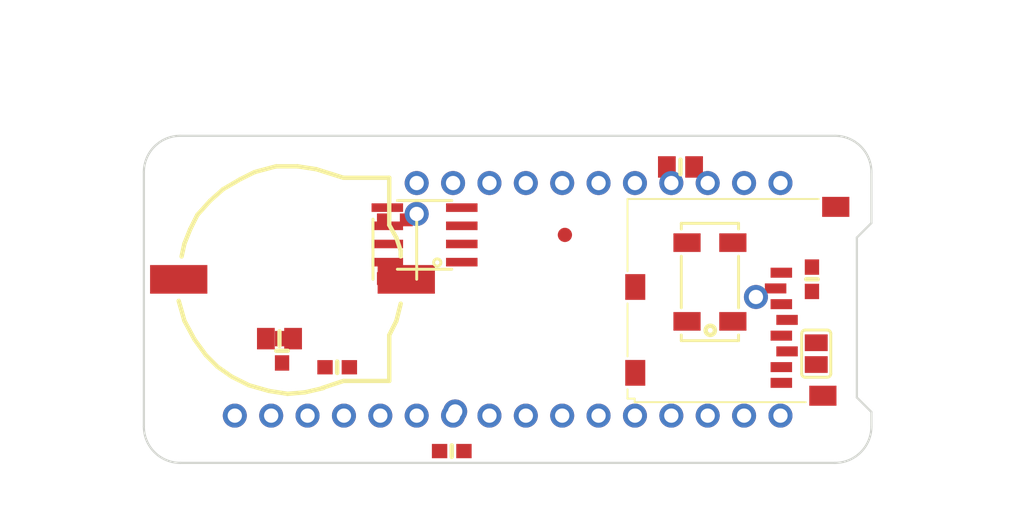
<source format=kicad_pcb>
 ( kicad_pcb  ( version 20171130 )
 ( host pcbnew "(5.1.4-0-10_14)" )
 ( general  ( thickness 1.6 )
 ( drawings 19 )
 ( tracks 0 )
 ( zones 0 )
 ( modules 18 )
 ( nets 35 )
)
 ( page A4 )
 ( layers  ( 0 Top signal )
 ( 31 Bottom signal )
 ( 32 B.Adhes user )
 ( 33 F.Adhes user )
 ( 34 B.Paste user )
 ( 35 F.Paste user )
 ( 36 B.SilkS user )
 ( 37 F.SilkS user )
 ( 38 B.Mask user )
 ( 39 F.Mask user )
 ( 40 Dwgs.User user )
 ( 41 Cmts.User user )
 ( 42 Eco1.User user )
 ( 43 Eco2.User user )
 ( 44 Edge.Cuts user )
 ( 45 Margin user )
 ( 46 B.CrtYd user hide )
 ( 47 F.CrtYd user )
 ( 48 B.Fab user )
 ( 49 F.Fab user )
)
 ( setup  ( last_trace_width 0.1524 )
 ( trace_clearance 0.1524 )
 ( zone_clearance 0.508 )
 ( zone_45_only no )
 ( trace_min 0.1524 )
 ( via_size 0.8001 )
 ( via_drill 0.4 )
 ( via_min_size 0.8001 )
 ( via_min_drill 0.3 )
 ( uvia_size 0.3 )
 ( uvia_drill 0.1 )
 ( uvias_allowed yes )
 ( uvia_min_size 0.2 )
 ( uvia_min_drill 0.1 )
 ( edge_width 0.05 )
 ( segment_width 0.2 )
 ( pcb_text_width 0.3 )
 ( pcb_text_size 1.5 1.5 )
 ( mod_edge_width 0.12 )
 ( mod_text_size 1 1 )
 ( mod_text_width 0.15 )
 ( pad_size 1.524 1.524 )
 ( pad_drill 0.762 )
 ( pad_to_mask_clearance 0.051 )
 ( solder_mask_min_width 0.25 )
 ( aux_axis_origin 0 0 )
 ( visible_elements FFFFEF7F )
 ( pcbplotparams  ( layerselection 0x010fc_ffffffff )
 ( usegerberextensions false )
 ( usegerberattributes false )
 ( usegerberadvancedattributes false )
 ( creategerberjobfile false )
 ( excludeedgelayer true )
 ( linewidth 0.100000 )
 ( plotframeref false )
 ( viasonmask false )
 ( mode 1 )
 ( useauxorigin false )
 ( hpglpennumber 1 )
 ( hpglpenspeed 20 )
 ( hpglpendiameter 15.000000 )
 ( psnegative false )
 ( psa4output false )
 ( plotreference true )
 ( plotvalue true )
 ( plotinvisibletext false )
 ( padsonsilk false )
 ( subtractmaskfromsilk false )
 ( outputformat 1 )
 ( mirror false )
 ( drillshape 1 )
 ( scaleselection 1 )
 ( outputdirectory "" )
)
)
 ( net 0 "" )
 ( net 1 G )
 ( net 2 TX )
 ( net 3 RX )
 ( net 4 F )
 ( net 5 E )
 ( net 6 D )
 ( net 7 C )
 ( net 8 B )
 ( net 9 A )
 ( net 10 AREF )
 ( net 11 USB )
 ( net 12 N )
 ( net 13 M )
 ( net 14 L )
 ( net 15 J )
 ( net 16 I )
 ( net 17 H )
 ( net 18 SCL )
 ( net 19 SDA )
 ( net 20 GND )
 ( net 21 MOSI )
 ( net 22 MISO )
 ( net 23 SCK )
 ( net 24 +3V3 )
 ( net 25 SD_CS )
 ( net 26 RESET )
 ( net 27 N$7 )
 ( net 28 N$8 )
 ( net 29 VBAT )
 ( net 30 EN )
 ( net 31 CR1220 )
 ( net 32 INT1 )
 ( net 33 CS )
 ( net 34 N$1 )
 ( net_class Default "This is the default net class."  ( clearance 0.1524 )
 ( trace_width 0.1524 )
 ( via_dia 0.8001 )
 ( via_drill 0.4 )
 ( uvia_dia 0.3 )
 ( uvia_drill 0.1 )
 ( add_net +3V3 )
 ( add_net A )
 ( add_net AREF )
 ( add_net B )
 ( add_net C )
 ( add_net CR1220 )
 ( add_net CS )
 ( add_net D )
 ( add_net E )
 ( add_net EN )
 ( add_net F )
 ( add_net G )
 ( add_net GND )
 ( add_net H )
 ( add_net I )
 ( add_net INT1 )
 ( add_net J )
 ( add_net L )
 ( add_net M )
 ( add_net MISO )
 ( add_net MOSI )
 ( add_net N )
 ( add_net N$1 )
 ( add_net N$7 )
 ( add_net N$8 )
 ( add_net RESET )
 ( add_net RX )
 ( add_net SCK )
 ( add_net SCL )
 ( add_net SDA )
 ( add_net SD_CS )
 ( add_net TX )
 ( add_net USB )
 ( add_net VBAT )
)
 ( module MICROSD locked  ( layer Top )
 ( tedit 5ECD63E1 )
 ( tstamp 5D7BF619 )
 ( at 167.132000 105.156000 90.000000 )
 ( descr "Courtesy: Adafruit Industries" )
 ( fp_text reference X4  ( at -5.805 -2.47 90 )
 ( layer F.SilkS )
hide  ( effects  ( font  ( size 0.77216 0.77216 )
 ( thickness 0.146304 )
)
 ( justify left bottom )
)
)
 ( fp_text value microsd  ( at -5.805 -1.327 90 )
 ( layer F.Fab )
hide  ( effects  ( font  ( size 0.38608 0.38608 )
 ( thickness 0.04064 )
)
 ( justify left bottom )
)
)
 ( fp_line  ( start 7.165 -10.26 )
 ( end 7.165 3.09 )
 ( layer F.SilkS )
 ( width 0.127 )
)
 ( fp_line  ( start 2.115 -10.26 )
 ( end 7.165 -10.26 )
 ( layer F.SilkS )
 ( width 0.127 )
)
 ( fp_line  ( start -3.835 -10.26 )
 ( end -0.135 -10.26 )
 ( layer F.SilkS )
 ( width 0.127 )
)
 ( fp_line  ( start -7.035 -9.76 )
 ( end -7.035 2.19 )
 ( layer F.SilkS )
 ( width 0.127 )
)
 ( fp_line  ( start -6.785 -9.76 )
 ( end -7.035 -9.76 )
 ( layer F.SilkS )
 ( width 0.127 )
)
 ( fp_line  ( start -6.785 -10.26 )
 ( end -6.785 -9.76 )
 ( layer F.SilkS )
 ( width 0.127 )
)
 ( fp_line  ( start -6.135 -10.26 )
 ( end -6.785 -10.26 )
 ( layer F.SilkS )
 ( width 0.127 )
)
 ( fp_line  ( start 4.305 9.36 )
 ( end 4.305 6.51 )
 ( layer F.Fab )
 ( width 0.1 )
)
 ( fp_arc  ( start 3.455 9.36 )
 ( end 3.455 10.21 )
 ( angle -90 )
 ( layer F.Fab )
 ( width 0.1 )
)
 ( fp_line  ( start -5.845 10.21 )
 ( end 3.455 10.21 )
 ( layer F.Fab )
 ( width 0.1 )
)
 ( fp_arc  ( start -5.845 9.36 )
 ( end -6.695 9.36 )
 ( angle -90 )
 ( layer F.Fab )
 ( width 0.1 )
)
 ( fp_line  ( start -6.695 6.56 )
 ( end -6.695 9.36 )
 ( layer F.Fab )
 ( width 0.1 )
)
 ( fp_arc  ( start 3.455 5.91 )
 ( end 3.455 6.76 )
 ( angle -90 )
 ( layer F.Fab )
 ( width 0.1 )
)
 ( fp_line  ( start -5.845 6.76 )
 ( end 3.455 6.76 )
 ( layer F.Fab )
 ( width 0.1 )
)
 ( fp_arc  ( start -5.845 5.91 )
 ( end -6.695 5.91 )
 ( angle -90 )
 ( layer F.Fab )
 ( width 0.1 )
)
 ( fp_line  ( start -6.695 5.76 )
 ( end -6.695 5.91 )
 ( layer F.Fab )
 ( width 0.1 )
)
 ( fp_line  ( start 4.305 5.26 )
 ( end 4.305 3.96 )
 ( layer F.Fab )
 ( width 0.1 )
)
 ( fp_arc  ( start 3.555 5.26 )
 ( end 3.555 6.01 )
 ( angle -90 )
 ( layer F.Fab )
 ( width 0.1 )
)
 ( fp_line  ( start -5.895 6.01 )
 ( end 3.555 6.01 )
 ( layer F.Fab )
 ( width 0.1 )
)
 ( fp_arc  ( start -5.895 5.26 )
 ( end -6.645 5.26 )
 ( angle -90 )
 ( layer F.Fab )
 ( width 0.1 )
)
 ( fp_line  ( start -6.645 3.96 )
 ( end -6.645 5.26 )
 ( layer F.Fab )
 ( width 0.1 )
)
 ( fp_line  ( start 2.205 1.01 )
 ( end 2.205 -0.34 )
 ( layer F.Fab )
 ( width 0.1 )
)
 ( fp_line  ( start 1.805 1.01 )
 ( end 2.205 1.01 )
 ( layer F.Fab )
 ( width 0.1 )
)
 ( fp_line  ( start 1.805 -0.39 )
 ( end 1.805 1.01 )
 ( layer F.Fab )
 ( width 0.1 )
)
 ( fp_line  ( start 1.105 0.66 )
 ( end 1.105 -0.39 )
 ( layer F.Fab )
 ( width 0.1 )
)
 ( fp_line  ( start 0.705 0.66 )
 ( end 1.105 0.66 )
 ( layer F.Fab )
 ( width 0.1 )
)
 ( fp_line  ( start 0.705 -0.39 )
 ( end 0.705 0.66 )
 ( layer F.Fab )
 ( width 0.1 )
)
 ( fp_line  ( start 0.005 1.06 )
 ( end 0.005 -0.34 )
 ( layer F.Fab )
 ( width 0.1 )
)
 ( fp_line  ( start -0.395 1.06 )
 ( end 0.005 1.06 )
 ( layer F.Fab )
 ( width 0.1 )
)
 ( fp_line  ( start -0.395 -0.39 )
 ( end -0.395 1.06 )
 ( layer F.Fab )
 ( width 0.1 )
)
 ( fp_line  ( start -1.095 1.21 )
 ( end -1.445 1.21 )
 ( layer F.Fab )
 ( width 0.1 )
)
 ( fp_line  ( start -1.095 -0.24 )
 ( end -1.095 1.21 )
 ( layer F.Fab )
 ( width 0.1 )
)
 ( fp_line  ( start -0.745 -0.24 )
 ( end -0.745 -0.39 )
 ( layer F.Fab )
 ( width 0.1 )
)
 ( fp_line  ( start -1.095 -0.24 )
 ( end -0.745 -0.24 )
 ( layer F.Fab )
 ( width 0.1 )
)
 ( fp_line  ( start -1.495 -0.24 )
 ( end -1.095 -0.24 )
 ( layer F.Fab )
 ( width 0.1 )
)
 ( fp_line  ( start -2.195 1.06 )
 ( end -2.195 -0.24 )
 ( layer F.Fab )
 ( width 0.1 )
)
 ( fp_line  ( start -2.595 1.06 )
 ( end -2.195 1.06 )
 ( layer F.Fab )
 ( width 0.1 )
)
 ( fp_line  ( start -2.595 -0.39 )
 ( end -2.595 1.06 )
 ( layer F.Fab )
 ( width 0.1 )
)
 ( fp_line  ( start -3.245 1.26 )
 ( end -3.245 -0.19 )
 ( layer F.Fab )
 ( width 0.1 )
)
 ( fp_line  ( start -3.695 1.26 )
 ( end -3.245 1.26 )
 ( layer F.Fab )
 ( width 0.1 )
)
 ( fp_line  ( start -3.695 -0.19 )
 ( end -3.695 1.26 )
 ( layer F.Fab )
 ( width 0.1 )
)
 ( fp_line  ( start -2.945 -0.19 )
 ( end -2.945 -0.39 )
 ( layer F.Fab )
 ( width 0.1 )
)
 ( fp_line  ( start -3.245 -0.19 )
 ( end -2.945 -0.19 )
 ( layer F.Fab )
 ( width 0.1 )
)
 ( fp_line  ( start -3.695 -0.19 )
 ( end -3.245 -0.19 )
 ( layer F.Fab )
 ( width 0.1 )
)
 ( fp_line  ( start -4.045 -0.19 )
 ( end -3.695 -0.19 )
 ( layer F.Fab )
 ( width 0.1 )
)
 ( fp_line  ( start -4.045 -0.39 )
 ( end -4.045 -0.19 )
 ( layer F.Fab )
 ( width 0.1 )
)
 ( fp_line  ( start -4.395 1.01 )
 ( end -4.395 -0.39 )
 ( layer F.Fab )
 ( width 0.1 )
)
 ( fp_line  ( start -4.795 1.01 )
 ( end -4.395 1.01 )
 ( layer F.Fab )
 ( width 0.1 )
)
 ( fp_line  ( start -4.795 -0.39 )
 ( end -4.795 1.01 )
 ( layer F.Fab )
 ( width 0.1 )
)
 ( fp_line  ( start -5.495 1.01 )
 ( end -5.495 -0.39 )
 ( layer F.Fab )
 ( width 0.1 )
)
 ( fp_line  ( start -5.895 1.01 )
 ( end -5.495 1.01 )
 ( layer F.Fab )
 ( width 0.1 )
)
 ( fp_line  ( start -5.895 -0.34 )
 ( end -5.895 1.01 )
 ( layer F.Fab )
 ( width 0.1 )
)
 ( fp_line  ( start 1.405 -9.39 )
 ( end 1.405 -9.99 )
 ( layer F.Fab )
 ( width 0.1 )
)
 ( fp_line  ( start 1.305 -9.39 )
 ( end 1.405 -9.39 )
 ( layer F.Fab )
 ( width 0.1 )
)
 ( fp_line  ( start 0.205 -9.39 )
 ( end 0.205 -9.99 )
 ( layer F.Fab )
 ( width 0.1 )
)
 ( fp_line  ( start 0.405 -9.39 )
 ( end 0.205 -9.39 )
 ( layer F.Fab )
 ( width 0.1 )
)
 ( fp_line  ( start 1.305 -9.24 )
 ( end 1.555 -9.24 )
 ( layer F.Fab )
 ( width 0.1 )
)
 ( fp_line  ( start 0.405 -9.24 )
 ( end 0.105 -9.24 )
 ( layer F.Fab )
 ( width 0.1 )
)
 ( fp_line  ( start 0.155 -4.24 )
 ( end 1.455 -4.24 )
 ( layer F.Fab )
 ( width 0.1 )
)
 ( fp_line  ( start 0.405 -9.69 )
 ( end 0.155 -4.24 )
 ( layer F.Fab )
 ( width 0.1 )
)
 ( fp_line  ( start 0.405 -9.74 )
 ( end 0.405 -9.69 )
 ( layer F.Fab )
 ( width 0.1 )
)
 ( fp_arc  ( start 0.555 -9.69 )
 ( end 0.605 -9.84 )
 ( angle -90 )
 ( layer F.Fab )
 ( width 0.1 )
)
 ( fp_line  ( start 0.605 -8.89 )
 ( end 0.605 -9.84 )
 ( layer F.Fab )
 ( width 0.1 )
)
 ( fp_arc  ( start 0.855 -8.89 )
 ( end 0.855 -8.64 )
 ( angle 90 )
 ( layer F.Fab )
 ( width 0.1 )
)
 ( fp_line  ( start 0.805 -8.64 )
 ( end 0.855 -8.64 )
 ( layer F.Fab )
 ( width 0.1 )
)
 ( fp_arc  ( start 0.805 -8.89 )
 ( end 1.055 -8.89 )
 ( angle 90 )
 ( layer F.Fab )
 ( width 0.1 )
)
 ( fp_line  ( start 1.055 -9.84 )
 ( end 1.055 -8.89 )
 ( layer F.Fab )
 ( width 0.1 )
)
 ( fp_arc  ( start 1.055 -9.64 )
 ( end 1.255 -9.64 )
 ( angle -90 )
 ( layer F.Fab )
 ( width 0.1 )
)
 ( fp_line  ( start 1.255 -9.59 )
 ( end 1.255 -9.64 )
 ( layer F.Fab )
 ( width 0.1 )
)
 ( fp_line  ( start 1.455 -4.24 )
 ( end 1.255 -9.59 )
 ( layer F.Fab )
 ( width 0.1 )
)
 ( fp_arc  ( start 1.605 -4.24 )
 ( end 1.605 -4.09 )
 ( angle 90 )
 ( layer F.Fab )
 ( width 0.1 )
)
 ( fp_arc  ( start 1.605 -4.24 )
 ( end 1.755 -4.24 )
 ( angle 90 )
 ( layer F.Fab )
 ( width 0.1 )
)
 ( fp_line  ( start 1.755 -4.29 )
 ( end 1.755 -4.24 )
 ( layer F.Fab )
 ( width 0.1 )
)
 ( fp_line  ( start 1.505 -10.19 )
 ( end 1.755 -4.29 )
 ( layer F.Fab )
 ( width 0.1 )
)
 ( fp_line  ( start 0.155 -10.04 )
 ( end 1.505 -10.04 )
 ( layer F.Fab )
 ( width 0.1 )
)
 ( fp_line  ( start -0.145 -4.24 )
 ( end 0.105 -10.19 )
 ( layer F.Fab )
 ( width 0.1 )
)
 ( fp_arc  ( start 0.005 -4.24 )
 ( end 0.005 -4.09 )
 ( angle 90 )
 ( layer F.Fab )
 ( width 0.1 )
)
 ( fp_arc  ( start 0.005 -4.24 )
 ( end 0.155 -4.24 )
 ( angle 90 )
 ( layer F.Fab )
 ( width 0.1 )
)
 ( fp_line  ( start -4.295 -9.39 )
 ( end -4.295 -9.99 )
 ( layer F.Fab )
 ( width 0.1 )
)
 ( fp_line  ( start -4.395 -9.39 )
 ( end -4.295 -9.39 )
 ( layer F.Fab )
 ( width 0.1 )
)
 ( fp_line  ( start -5.495 -9.39 )
 ( end -5.495 -9.99 )
 ( layer F.Fab )
 ( width 0.1 )
)
 ( fp_line  ( start -5.295 -9.39 )
 ( end -5.495 -9.39 )
 ( layer F.Fab )
 ( width 0.1 )
)
 ( fp_line  ( start -4.395 -9.24 )
 ( end -4.145 -9.24 )
 ( layer F.Fab )
 ( width 0.1 )
)
 ( fp_line  ( start -5.295 -9.24 )
 ( end -5.595 -9.24 )
 ( layer F.Fab )
 ( width 0.1 )
)
 ( fp_line  ( start -5.545 -4.24 )
 ( end -4.245 -4.24 )
 ( layer F.Fab )
 ( width 0.1 )
)
 ( fp_line  ( start -5.295 -9.69 )
 ( end -5.545 -4.24 )
 ( layer F.Fab )
 ( width 0.1 )
)
 ( fp_line  ( start -5.295 -9.74 )
 ( end -5.295 -9.69 )
 ( layer F.Fab )
 ( width 0.1 )
)
 ( fp_arc  ( start -5.145 -9.69 )
 ( end -5.095 -9.84 )
 ( angle -90 )
 ( layer F.Fab )
 ( width 0.1 )
)
 ( fp_line  ( start -5.095 -8.89 )
 ( end -5.095 -9.84 )
 ( layer F.Fab )
 ( width 0.1 )
)
 ( fp_arc  ( start -4.845 -8.89 )
 ( end -4.845 -8.64 )
 ( angle 90 )
 ( layer F.Fab )
 ( width 0.1 )
)
 ( fp_line  ( start -4.895 -8.64 )
 ( end -4.845 -8.64 )
 ( layer F.Fab )
 ( width 0.1 )
)
 ( fp_arc  ( start -4.895 -8.89 )
 ( end -4.645 -8.89 )
 ( angle 90 )
 ( layer F.Fab )
 ( width 0.1 )
)
 ( fp_line  ( start -4.645 -9.84 )
 ( end -4.645 -8.89 )
 ( layer F.Fab )
 ( width 0.1 )
)
 ( fp_arc  ( start -4.645 -9.64 )
 ( end -4.445 -9.64 )
 ( angle -90 )
 ( layer F.Fab )
 ( width 0.1 )
)
 ( fp_line  ( start -4.445 -9.59 )
 ( end -4.445 -9.64 )
 ( layer F.Fab )
 ( width 0.1 )
)
 ( fp_line  ( start -4.245 -4.24 )
 ( end -4.445 -9.59 )
 ( layer F.Fab )
 ( width 0.1 )
)
 ( fp_arc  ( start -4.095 -4.24 )
 ( end -4.095 -4.09 )
 ( angle 90 )
 ( layer F.Fab )
 ( width 0.1 )
)
 ( fp_arc  ( start -4.095 -4.24 )
 ( end -3.945 -4.24 )
 ( angle 90 )
 ( layer F.Fab )
 ( width 0.1 )
)
 ( fp_line  ( start -3.945 -4.29 )
 ( end -3.945 -4.24 )
 ( layer F.Fab )
 ( width 0.1 )
)
 ( fp_line  ( start -4.195 -10.19 )
 ( end -3.945 -4.29 )
 ( layer F.Fab )
 ( width 0.1 )
)
 ( fp_line  ( start -5.545 -10.04 )
 ( end -4.195 -10.04 )
 ( layer F.Fab )
 ( width 0.1 )
)
 ( fp_line  ( start -5.845 -4.24 )
 ( end -5.595 -10.19 )
 ( layer F.Fab )
 ( width 0.1 )
)
 ( fp_arc  ( start -5.695 -4.24 )
 ( end -5.695 -4.09 )
 ( angle 90 )
 ( layer F.Fab )
 ( width 0.1 )
)
 ( fp_arc  ( start -5.695 -4.24 )
 ( end -5.545 -4.24 )
 ( angle 90 )
 ( layer F.Fab )
 ( width 0.1 )
)
 ( fp_line  ( start 3.005 -3.79 )
 ( end 3.005 -6.29 )
 ( layer F.Fab )
 ( width 0.1 )
)
 ( fp_arc  ( start 3.205 -3.79 )
 ( end 3.205 -3.59 )
 ( angle 90 )
 ( layer F.Fab )
 ( width 0.1 )
)
 ( fp_line  ( start 3.255 -3.59 )
 ( end 3.205 -3.59 )
 ( layer F.Fab )
 ( width 0.1 )
)
 ( fp_arc  ( start 3.255 -3.84 )
 ( end 3.505 -3.84 )
 ( angle 90 )
 ( layer F.Fab )
 ( width 0.1 )
)
 ( fp_line  ( start 3.505 -6.29 )
 ( end 3.505 -3.84 )
 ( layer F.Fab )
 ( width 0.1 )
)
 ( fp_arc  ( start 3.305 -6.29 )
 ( end 3.305 -6.49 )
 ( angle 90 )
 ( layer F.Fab )
 ( width 0.1 )
)
 ( fp_line  ( start 3.205 -6.49 )
 ( end 3.305 -6.49 )
 ( layer F.Fab )
 ( width 0.1 )
)
 ( fp_arc  ( start 3.205 -6.29 )
 ( end 3.005 -6.29 )
 ( angle 90 )
 ( layer F.Fab )
 ( width 0.1 )
)
 ( fp_arc  ( start -5.695 -0.04 )
 ( end -6.045 -0.04 )
 ( angle 90 )
 ( layer F.Fab )
 ( width 0.1 )
)
 ( fp_line  ( start -6.045 1.06 )
 ( end -6.045 -0.04 )
 ( layer F.Fab )
 ( width 0.1 )
)
 ( fp_arc  ( start -5.695 1.06 )
 ( end -5.695 1.41 )
 ( angle 90 )
 ( layer F.Fab )
 ( width 0.1 )
)
 ( fp_line  ( start -2.495 1.41 )
 ( end -5.695 1.41 )
 ( layer F.Fab )
 ( width 0.1 )
)
 ( fp_arc  ( start -2.495 1.06 )
 ( end -2.145 1.06 )
 ( angle 90 )
 ( layer F.Fab )
 ( width 0.1 )
)
 ( fp_line  ( start -2.145 -0.14 )
 ( end -2.145 1.06 )
 ( layer F.Fab )
 ( width 0.1 )
)
 ( fp_arc  ( start -2.395 -0.14 )
 ( end -2.395 -0.39 )
 ( angle 90 )
 ( layer F.Fab )
 ( width 0.1 )
)
 ( fp_line  ( start -2.595 -0.39 )
 ( end -2.395 -0.39 )
 ( layer F.Fab )
 ( width 0.1 )
)
 ( fp_line  ( start -2.945 -0.39 )
 ( end -2.595 -0.39 )
 ( layer F.Fab )
 ( width 0.1 )
)
 ( fp_line  ( start -4.045 -0.39 )
 ( end -2.945 -0.39 )
 ( layer F.Fab )
 ( width 0.1 )
)
 ( fp_line  ( start -4.395 -0.39 )
 ( end -4.045 -0.39 )
 ( layer F.Fab )
 ( width 0.1 )
)
 ( fp_line  ( start -4.795 -0.39 )
 ( end -4.395 -0.39 )
 ( layer F.Fab )
 ( width 0.1 )
)
 ( fp_line  ( start -5.495 -0.39 )
 ( end -4.795 -0.39 )
 ( layer F.Fab )
 ( width 0.1 )
)
 ( fp_line  ( start -5.695 -0.39 )
 ( end -5.495 -0.39 )
 ( layer F.Fab )
 ( width 0.1 )
)
 ( fp_arc  ( start -1.245 -0.09 )
 ( end -1.545 -0.09 )
 ( angle 90 )
 ( layer F.Fab )
 ( width 0.1 )
)
 ( fp_line  ( start -1.545 1.06 )
 ( end -1.545 -0.09 )
 ( layer F.Fab )
 ( width 0.1 )
)
 ( fp_arc  ( start -1.195 1.06 )
 ( end -1.195 1.41 )
 ( angle 90 )
 ( layer F.Fab )
 ( width 0.1 )
)
 ( fp_line  ( start 2.005 1.41 )
 ( end -1.195 1.41 )
 ( layer F.Fab )
 ( width 0.1 )
)
 ( fp_arc  ( start 2.005 1.06 )
 ( end 2.355 1.06 )
 ( angle 90 )
 ( layer F.Fab )
 ( width 0.1 )
)
 ( fp_line  ( start 2.355 -0.09 )
 ( end 2.355 1.06 )
 ( layer F.Fab )
 ( width 0.1 )
)
 ( fp_arc  ( start 2.055 -0.09 )
 ( end 2.055 -0.39 )
 ( angle 90 )
 ( layer F.Fab )
 ( width 0.1 )
)
 ( fp_line  ( start 1.805 -0.39 )
 ( end 2.055 -0.39 )
 ( layer F.Fab )
 ( width 0.1 )
)
 ( fp_line  ( start 1.105 -0.39 )
 ( end 1.805 -0.39 )
 ( layer F.Fab )
 ( width 0.1 )
)
 ( fp_line  ( start 0.705 -0.39 )
 ( end 1.105 -0.39 )
 ( layer F.Fab )
 ( width 0.1 )
)
 ( fp_line  ( start -0.395 -0.39 )
 ( end 0.705 -0.39 )
 ( layer F.Fab )
 ( width 0.1 )
)
 ( fp_line  ( start -0.745 -0.39 )
 ( end -0.395 -0.39 )
 ( layer F.Fab )
 ( width 0.1 )
)
 ( fp_line  ( start -1.245 -0.39 )
 ( end -0.745 -0.39 )
 ( layer F.Fab )
 ( width 0.1 )
)
 ( fp_line  ( start 4.955 -3.69 )
 ( end 7.055 -3.69 )
 ( layer F.Fab )
 ( width 0.1 )
)
 ( fp_arc  ( start 4.955 -3.34 )
 ( end 4.605 -3.34 )
 ( angle 90 )
 ( layer F.Fab )
 ( width 0.1 )
)
 ( fp_line  ( start 4.605 -2.04 )
 ( end 4.605 -3.34 )
 ( layer F.Fab )
 ( width 0.1 )
)
 ( fp_arc  ( start 4.655 -2.04 )
 ( end 4.655 -1.99 )
 ( angle 90 )
 ( layer F.Fab )
 ( width 0.1 )
)
 ( fp_line  ( start 4.855 -1.79 )
 ( end 4.655 -1.99 )
 ( layer F.Fab )
 ( width 0.1 )
)
 ( fp_line  ( start 4.855 2.16 )
 ( end 4.855 -1.79 )
 ( layer F.Fab )
 ( width 0.1 )
)
 ( fp_arc  ( start 5.055 2.16 )
 ( end 5.055 2.36 )
 ( angle 90 )
 ( layer F.Fab )
 ( width 0.1 )
)
 ( fp_line  ( start 5.105 2.36 )
 ( end 5.055 2.36 )
 ( layer F.Fab )
 ( width 0.1 )
)
 ( fp_arc  ( start 5.105 2.16 )
 ( end 5.305 2.16 )
 ( angle 90 )
 ( layer F.Fab )
 ( width 0.1 )
)
 ( fp_line  ( start 5.455 -1.99 )
 ( end 5.305 2.16 )
 ( layer F.Fab )
 ( width 0.1 )
)
 ( fp_arc  ( start 5.255 -1.99 )
 ( end 5.255 -2.19 )
 ( angle 90 )
 ( layer F.Fab )
 ( width 0.1 )
)
 ( fp_line  ( start 5.205 -2.19 )
 ( end 5.255 -2.19 )
 ( layer F.Fab )
 ( width 0.1 )
)
 ( fp_arc  ( start 5.205 -2.34 )
 ( end 5.055 -2.34 )
 ( angle -90 )
 ( layer F.Fab )
 ( width 0.1 )
)
 ( fp_line  ( start 5.055 -3.14 )
 ( end 5.055 -2.34 )
 ( layer F.Fab )
 ( width 0.1 )
)
 ( fp_arc  ( start 5.205 -3.14 )
 ( end 5.205 -3.29 )
 ( angle -90 )
 ( layer F.Fab )
 ( width 0.1 )
)
 ( fp_line  ( start 6.255 -3.29 )
 ( end 5.205 -3.29 )
 ( layer F.Fab )
 ( width 0.1 )
)
 ( fp_arc  ( start 6.255 -3.14 )
 ( end 6.405 -3.14 )
 ( angle -90 )
 ( layer F.Fab )
 ( width 0.1 )
)
 ( fp_line  ( start 6.405 -2.44 )
 ( end 6.405 -3.14 )
 ( layer F.Fab )
 ( width 0.1 )
)
 ( fp_arc  ( start 6.155 -2.44 )
 ( end 6.155 -2.19 )
 ( angle -90 )
 ( layer F.Fab )
 ( width 0.1 )
)
 ( fp_arc  ( start 6.155 -2.04 )
 ( end 6.005 -2.04 )
 ( angle 90 )
 ( layer F.Fab )
 ( width 0.1 )
)
 ( fp_line  ( start 6.105 2.16 )
 ( end 6.005 -2.04 )
 ( layer F.Fab )
 ( width 0.1 )
)
 ( fp_arc  ( start 6.305 2.16 )
 ( end 6.305 2.36 )
 ( angle 90 )
 ( layer F.Fab )
 ( width 0.1 )
)
 ( fp_line  ( start 7.055 2.36 )
 ( end 6.305 2.36 )
 ( layer F.Fab )
 ( width 0.1 )
)
 ( fp_arc  ( start 6.755 3.86 )
 ( end 6.955 3.86 )
 ( angle -90 )
 ( layer F.Fab )
 ( width 0.1 )
)
 ( fp_arc  ( start 6.805 3.86 )
 ( end 6.805 4.01 )
 ( angle -90 )
 ( layer F.Fab )
 ( width 0.1 )
)
 ( fp_line  ( start 6.755 4.01 )
 ( end 6.805 4.01 )
 ( layer F.Fab )
 ( width 0.1 )
)
 ( fp_arc  ( start 6.755 4.16 )
 ( end 6.605 4.16 )
 ( angle 90 )
 ( layer F.Fab )
 ( width 0.1 )
)
 ( fp_line  ( start 6.605 4.46 )
 ( end 6.605 4.16 )
 ( layer F.Fab )
 ( width 0.1 )
)
 ( fp_arc  ( start 6.755 4.46 )
 ( end 6.755 4.61 )
 ( angle 90 )
 ( layer F.Fab )
 ( width 0.1 )
)
 ( fp_line  ( start 6.805 4.61 )
 ( end 6.755 4.61 )
 ( layer F.Fab )
 ( width 0.1 )
)
 ( fp_arc  ( start 6.805 4.76 )
 ( end 6.955 4.76 )
 ( angle -90 )
 ( layer F.Fab )
 ( width 0.1 )
)
 ( fp_line  ( start 6.955 4.86 )
 ( end 6.955 4.76 )
 ( layer F.Fab )
 ( width 0.1 )
)
 ( fp_line  ( start 6.355 3.66 )
 ( end 6.355 4.96 )
 ( layer F.Fab )
 ( width 0.1 )
)
 ( fp_line  ( start 6.655 3.51 )
 ( end 6.655 3.31 )
 ( layer F.Fab )
 ( width 0.1 )
)
 ( fp_line  ( start 6.655 3.51 )
 ( end 6.805 3.51 )
 ( layer F.Fab )
 ( width 0.1 )
)
 ( fp_line  ( start 6.005 3.51 )
 ( end 6.655 3.51 )
 ( layer F.Fab )
 ( width 0.1 )
)
 ( fp_line  ( start 6.805 3.31 )
 ( end 6.805 3.51 )
 ( layer F.Fab )
 ( width 0.1 )
)
 ( fp_line  ( start 4.355 4.36 )
 ( end 3.855 3.81 )
 ( layer F.Fab )
 ( width 0.1 )
)
 ( fp_line  ( start 4.555 4.36 )
 ( end 4.355 4.36 )
 ( layer F.Fab )
 ( width 0.1 )
)
 ( fp_arc  ( start 4.505 4.76 )
 ( end 4.355 4.76 )
 ( angle 90 )
 ( layer F.Fab )
 ( width 0.1 )
)
 ( fp_line  ( start 4.505 4.91 )
 ( end 4.355 4.76 )
 ( layer F.Fab )
 ( width 0.1 )
)
 ( fp_line  ( start 3.505 4.76 )
 ( end 4.355 4.76 )
 ( layer F.Fab )
 ( width 0.1 )
)
 ( fp_line  ( start 4.005 4.56 )
 ( end 3.505 4.56 )
 ( layer F.Fab )
 ( width 0.1 )
)
 ( fp_line  ( start 4.005 4.56 )
 ( end 4.505 4.56 )
 ( layer F.Fab )
 ( width 0.1 )
)
 ( fp_line  ( start 3.505 4.06 )
 ( end 4.005 4.56 )
 ( layer F.Fab )
 ( width 0.1 )
)
 ( fp_line  ( start 3.505 3.71 )
 ( end 3.505 4.06 )
 ( layer F.Fab )
 ( width 0.1 )
)
 ( fp_line  ( start 3.505 4.36 )
 ( end 3.755 4.36 )
 ( layer F.Fab )
 ( width 0.1 )
)
 ( fp_line  ( start 3.505 4.56 )
 ( end 3.505 4.36 )
 ( layer F.Fab )
 ( width 0.1 )
)
 ( fp_line  ( start 3.505 4.76 )
 ( end 3.505 4.56 )
 ( layer F.Fab )
 ( width 0.1 )
)
 ( fp_line  ( start 3.505 4.96 )
 ( end 3.505 4.76 )
 ( layer F.Fab )
 ( width 0.1 )
)
 ( fp_line  ( start 2.555 4.96 )
 ( end 2.555 3.46 )
 ( layer F.Fab )
 ( width 0.1 )
)
 ( fp_line  ( start 3.505 4.96 )
 ( end 2.555 4.96 )
 ( layer F.Fab )
 ( width 0.1 )
)
 ( fp_line  ( start 4.805 4.96 )
 ( end 3.505 4.96 )
 ( layer F.Fab )
 ( width 0.1 )
)
 ( fp_line  ( start 7.055 -7.84 )
 ( end 7.055 -10.19 )
 ( layer F.Fab )
 ( width 0.1 )
)
 ( fp_line  ( start 7.105 -7.84 )
 ( end 7.055 -7.84 )
 ( layer F.Fab )
 ( width 0.1 )
)
 ( fp_line  ( start 7.105 -6.79 )
 ( end 7.105 -7.84 )
 ( layer F.Fab )
 ( width 0.1 )
)
 ( fp_line  ( start 7.055 -6.79 )
 ( end 7.105 -6.79 )
 ( layer F.Fab )
 ( width 0.1 )
)
 ( fp_line  ( start 7.055 -3.69 )
 ( end 7.055 -6.79 )
 ( layer F.Fab )
 ( width 0.1 )
)
 ( fp_line  ( start 7.055 -2.64 )
 ( end 7.055 -3.69 )
 ( layer F.Fab )
 ( width 0.1 )
)
 ( fp_line  ( start 7.105 -2.64 )
 ( end 7.055 -2.64 )
 ( layer F.Fab )
 ( width 0.1 )
)
 ( fp_line  ( start 7.105 -1.59 )
 ( end 7.105 -2.64 )
 ( layer F.Fab )
 ( width 0.1 )
)
 ( fp_line  ( start 7.055 -1.59 )
 ( end 7.105 -1.59 )
 ( layer F.Fab )
 ( width 0.1 )
)
 ( fp_line  ( start 7.055 1.36 )
 ( end 7.055 -1.59 )
 ( layer F.Fab )
 ( width 0.1 )
)
 ( fp_line  ( start 7.105 1.36 )
 ( end 7.055 1.36 )
 ( layer F.Fab )
 ( width 0.1 )
)
 ( fp_line  ( start 7.105 2.36 )
 ( end 7.105 1.36 )
 ( layer F.Fab )
 ( width 0.1 )
)
 ( fp_line  ( start 7.055 2.36 )
 ( end 7.105 2.36 )
 ( layer F.Fab )
 ( width 0.1 )
)
 ( fp_line  ( start 7.055 3.26 )
 ( end 7.055 2.36 )
 ( layer F.Fab )
 ( width 0.1 )
)
 ( fp_line  ( start 6.155 3.26 )
 ( end 7.055 3.26 )
 ( layer F.Fab )
 ( width 0.1 )
)
 ( fp_arc  ( start 6.155 3.46 )
 ( end 5.955 3.46 )
 ( angle 90 )
 ( layer F.Fab )
 ( width 0.1 )
)
 ( fp_arc  ( start 6.155 3.46 )
 ( end 6.155 3.66 )
 ( angle 90 )
 ( layer F.Fab )
 ( width 0.1 )
)
 ( fp_line  ( start 6.355 3.66 )
 ( end 6.155 3.66 )
 ( layer F.Fab )
 ( width 0.1 )
)
 ( fp_line  ( start 6.755 3.66 )
 ( end 6.355 3.66 )
 ( layer F.Fab )
 ( width 0.1 )
)
 ( fp_arc  ( start 6.755 3.91 )
 ( end 7.005 3.91 )
 ( angle -90 )
 ( layer F.Fab )
 ( width 0.1 )
)
 ( fp_line  ( start 7.005 4.71 )
 ( end 7.005 3.91 )
 ( layer F.Fab )
 ( width 0.1 )
)
 ( fp_arc  ( start 6.755 4.71 )
 ( end 6.955 4.86 )
 ( angle -36.869898 )
 ( layer F.Fab )
 ( width 0.1 )
)
 ( fp_arc  ( start 6.754999 4.709999 )
 ( end 6.755 4.96 )
 ( angle -53.130102 )
 ( layer F.Fab )
 ( width 0.1 )
)
 ( fp_line  ( start 6.355 4.96 )
 ( end 6.755 4.96 )
 ( layer F.Fab )
 ( width 0.1 )
)
 ( fp_line  ( start 4.805 4.96 )
 ( end 6.355 4.96 )
 ( layer F.Fab )
 ( width 0.1 )
)
 ( fp_arc  ( start 4.805 4.71 )
 ( end 4.555 4.71 )
 ( angle -90 )
 ( layer F.Fab )
 ( width 0.1 )
)
 ( fp_line  ( start 4.555 4.36 )
 ( end 4.555 4.71 )
 ( layer F.Fab )
 ( width 0.1 )
)
 ( fp_line  ( start 4.555 4.11 )
 ( end 4.555 4.36 )
 ( layer F.Fab )
 ( width 0.1 )
)
 ( fp_arc  ( start 4.455 4.11 )
 ( end 4.455 4.01 )
 ( angle 90 )
 ( layer F.Fab )
 ( width 0.1 )
)
 ( fp_arc  ( start -1.245 19.670621 )
 ( end -6.945 4.01 )
 ( angle 40 )
 ( layer F.Fab )
 ( width 0.1 )
)
 ( fp_line  ( start -6.945 -0.74 )
 ( end -6.945 4.01 )
 ( layer F.Fab )
 ( width 0.1 )
)
 ( fp_line  ( start -6.995 -0.74 )
 ( end -6.945 -0.74 )
 ( layer F.Fab )
 ( width 0.1 )
)
 ( fp_line  ( start -6.995 -2.04 )
 ( end -6.995 -0.74 )
 ( layer F.Fab )
 ( width 0.1 )
)
 ( fp_line  ( start -6.945 -2.04 )
 ( end -6.995 -2.04 )
 ( layer F.Fab )
 ( width 0.1 )
)
 ( fp_line  ( start -6.945 -7.09 )
 ( end -6.945 -2.04 )
 ( layer F.Fab )
 ( width 0.1 )
)
 ( fp_line  ( start -6.995 -7.09 )
 ( end -6.945 -7.09 )
 ( layer F.Fab )
 ( width 0.1 )
)
 ( fp_line  ( start -6.995 -8.44 )
 ( end -6.995 -7.09 )
 ( layer F.Fab )
 ( width 0.1 )
)
 ( fp_line  ( start -6.945 -8.44 )
 ( end -6.995 -8.44 )
 ( layer F.Fab )
 ( width 0.1 )
)
 ( fp_line  ( start -6.945 -9.69 )
 ( end -6.945 -8.44 )
 ( layer F.Fab )
 ( width 0.1 )
)
 ( fp_line  ( start -6.695 -9.69 )
 ( end -6.945 -9.69 )
 ( layer F.Fab )
 ( width 0.1 )
)
 ( fp_line  ( start -6.695 -10.19 )
 ( end -6.695 -9.69 )
 ( layer F.Fab )
 ( width 0.1 )
)
 ( fp_line  ( start -5.595 -10.19 )
 ( end -6.695 -10.19 )
 ( layer F.Fab )
 ( width 0.1 )
)
 ( fp_line  ( start -4.195 -10.19 )
 ( end -5.595 -10.19 )
 ( layer F.Fab )
 ( width 0.1 )
)
 ( fp_line  ( start 3.405 -10.19 )
 ( end -4.195 -10.19 )
 ( layer F.Fab )
 ( width 0.1 )
)
 ( fp_line  ( start 3.405 -9.89 )
 ( end 3.405 -10.19 )
 ( layer F.Fab )
 ( width 0.1 )
)
 ( fp_arc  ( start 3.605 -9.89 )
 ( end 3.605 -9.69 )
 ( angle 90 )
 ( layer F.Fab )
 ( width 0.1 )
)
 ( fp_arc  ( start 3.605 -9.89 )
 ( end 3.805 -9.89 )
 ( angle 90 )
 ( layer F.Fab )
 ( width 0.1 )
)
 ( fp_line  ( start 3.805 -10.19 )
 ( end 3.805 -9.89 )
 ( layer F.Fab )
 ( width 0.1 )
)
 ( fp_line  ( start 6.005 -10.19 )
 ( end 3.805 -10.19 )
 ( layer F.Fab )
 ( width 0.1 )
)
 ( fp_line  ( start 6.005 -9.89 )
 ( end 6.005 -10.19 )
 ( layer F.Fab )
 ( width 0.1 )
)
 ( fp_arc  ( start 6.205 -9.89 )
 ( end 6.205 -9.69 )
 ( angle 90 )
 ( layer F.Fab )
 ( width 0.1 )
)
 ( fp_arc  ( start 6.205 -9.89 )
 ( end 6.405 -9.89 )
 ( angle 90 )
 ( layer F.Fab )
 ( width 0.1 )
)
 ( fp_line  ( start 6.405 -10.19 )
 ( end 6.405 -9.89 )
 ( layer F.Fab )
 ( width 0.1 )
)
 ( fp_line  ( start 7.055 -10.19 )
 ( end 6.405 -10.19 )
 ( layer F.Fab )
 ( width 0.1 )
)
 ( fp_poly  ( pts  ( xy 7.165 -10.26 )
 ( xy 7.215 5.04 )
 ( xy 4.615 5.04 )
 ( xy 4.615 11.24 )
 ( xy -6.86 11.19 )
 ( xy -6.91 -9.81 )
 ( xy -6.785 -9.76 )
 ( xy -6.785 -10.26 )
)
 ( layer F.CrtYd )
 ( width 0.1 )
)
 ( pad 1 smd rect  ( at 2.015 0.48 90.000000 )
 ( size 0.7 1.5 )
 ( layers Top F.Mask F.Paste )
 ( solder_mask_margin 0.0508 )
)
 ( pad 2 smd rect  ( at 0.915 0.08 90.000000 )
 ( size 0.7 1.5 )
 ( layers Top F.Mask F.Paste )
 ( net 25 SD_CS )
 ( solder_mask_margin 0.0508 )
)
 ( pad 3 smd rect  ( at -0.185 0.48 90.000000 )
 ( size 0.7 1.5 )
 ( layers Top F.Mask F.Paste )
 ( net 21 MOSI )
 ( solder_mask_margin 0.0508 )
)
 ( pad 4 smd rect  ( at -1.285 0.88 90.000000 )
 ( size 0.7 1.5 )
 ( layers Top F.Mask F.Paste )
 ( net 24 +3V3 )
 ( solder_mask_margin 0.0508 )
)
 ( pad 5 smd rect  ( at -2.385 0.48 90.000000 )
 ( size 0.7 1.5 )
 ( layers Top F.Mask F.Paste )
 ( net 23 SCK )
 ( solder_mask_margin 0.0508 )
)
 ( pad 6 smd rect  ( at -3.485 0.88 90.000000 )
 ( size 0.7 1.5 )
 ( layers Top F.Mask F.Paste )
 ( net 20 GND )
 ( solder_mask_margin 0.0508 )
)
 ( pad 7 smd rect  ( at -4.585 0.48 90.000000 )
 ( size 0.7 1.5 )
 ( layers Top F.Mask F.Paste )
 ( net 22 MISO )
 ( solder_mask_margin 0.0508 )
)
 ( pad 8 smd rect  ( at -5.685 0.48 90.000000 )
 ( size 0.7 1.5 )
 ( layers Top F.Mask F.Paste )
 ( solder_mask_margin 0.0508 )
)
 ( pad CD2 smd rect  ( at 1.015 -9.72 180.000000 )
 ( size 1.4 1.8 )
 ( layers Top F.Mask F.Paste )
 ( solder_mask_margin 0.0508 )
)
 ( pad CD1 smd rect  ( at -4.985 -9.72 180.000000 )
 ( size 1.4 1.8 )
 ( layers Top F.Mask F.Paste )
 ( solder_mask_margin 0.0508 )
)
 ( pad MT2 smd rect  ( at 6.615 4.28 90.000000 )
 ( size 1.4 1.9 )
 ( layers Top F.Mask F.Paste )
 ( net 20 GND )
 ( solder_mask_margin 0.0508 )
)
 ( pad MT1 smd rect  ( at -6.585 3.38 90.000000 )
 ( size 1.4 1.9 )
 ( layers Top F.Mask F.Paste )
 ( net 20 GND )
 ( solder_mask_margin 0.0508 )
)
)
 ( module SOLDERJUMPER_CLOSEDWIRE  ( layer Top )
 ( tedit 5DDD83E7 )
 ( tstamp 5D7BF823 )
 ( at 170.050000 108.800000 270.000000 )
 ( fp_text reference SJ1  ( at -1.651 -1.27 )
 ( layer F.SilkS )
hide  ( effects  ( font  ( size 0.77216 0.77216 )
 ( thickness 0.146304 )
)
 ( justify left bottom )
)
)
 ( fp_text value ""  ( at -1.524 1.651 )
 ( layer F.Fab )
 ( effects  ( font  ( size 0.38608 0.38608 )
 ( thickness 0.038608 )
)
 ( justify left bottom )
)
)
 ( fp_poly  ( pts  ( xy -1.27 -0.762 )
 ( xy 1.27 -0.762 )
 ( xy 1.27 0.762 )
 ( xy -1.27 0.762 )
)
 ( layer F.Mask )
 ( width 0 )
)
 ( fp_arc  ( start 0.254 0 )
 ( end 0.254 -0.127 )
 ( angle 180 )
 ( layer F.Fab )
 ( width 1.27 )
)
 ( fp_arc  ( start -0.254 0 )
 ( end -0.254 0.127 )
 ( angle 180 )
 ( layer F.Fab )
 ( width 1.27 )
)
 ( fp_line  ( start -1.016 0 )
 ( end -1.524 0 )
 ( layer F.Fab )
 ( width 0.2032 )
)
 ( fp_line  ( start 1.016 0 )
 ( end 1.524 0 )
 ( layer F.Fab )
 ( width 0.2032 )
)
 ( fp_line  ( start -1.397 -1.016 )
 ( end 1.397 -1.016 )
 ( layer F.SilkS )
 ( width 0.2032 )
)
 ( fp_line  ( start -1.651 0.762 )
 ( end -1.651 -0.762 )
 ( layer F.SilkS )
 ( width 0.2032 )
)
 ( fp_line  ( start 1.651 0.762 )
 ( end 1.651 -0.762 )
 ( layer F.SilkS )
 ( width 0.2032 )
)
 ( fp_arc  ( start 1.397 0.762 )
 ( end 1.397 1.016 )
 ( angle -90 )
 ( layer F.SilkS )
 ( width 0.2032 )
)
 ( fp_arc  ( start -1.397 0.762 )
 ( end -1.651 0.762 )
 ( angle -90 )
 ( layer F.SilkS )
 ( width 0.2032 )
)
 ( fp_arc  ( start -1.397 -0.762 )
 ( end -1.651 -0.762 )
 ( angle 90 )
 ( layer F.SilkS )
 ( width 0.2032 )
)
 ( fp_arc  ( start 1.397 -0.762 )
 ( end 1.397 -1.016 )
 ( angle 90 )
 ( layer F.SilkS )
 ( width 0.2032 )
)
 ( fp_line  ( start 1.397 1.016 )
 ( end -1.397 1.016 )
 ( layer F.SilkS )
 ( width 0.2032 )
)
 ( fp_poly  ( pts  ( xy 1.7 -0.95 )
 ( xy 1.7 0.95 )
 ( xy -1.7 0.95 )
 ( xy -1.7 -0.95 )
)
 ( layer F.CrtYd )
 ( width 0.1 )
)
 ( pad 2 smd rect  ( at 0.762 0 270.000000 )
 ( size 1.1684 1.6002 )
 ( layers Top )
 ( net 25 SD_CS )
 ( solder_mask_margin 0.0508 )
)
 ( pad 1 smd rect  ( at -0.762 0 270.000000 )
 ( size 1.1684 1.6002 )
 ( layers Top )
 ( net 33 CS )
 ( solder_mask_margin 0.0508 )
)
)
 ( module 0603-NO  ( layer Top )
 ( tedit 5DDD83D2 )
 ( tstamp 5D7BF78B )
 ( at 136.600000 109.750000 )
 ( fp_text reference R2  ( at 1.778 0.127 90 )
 ( layer F.SilkS )
hide  ( effects  ( font  ( size 0.77216 0.77216 )
 ( thickness 0.146304 )
)
 ( justify left top )
)
)
 ( fp_text value 10K  ( at 1.778 0.762 90 )
 ( layer F.Fab )
hide  ( effects  ( font  ( size 0.38608 0.38608 )
 ( thickness 0.04064 )
)
 ( justify left top )
)
)
 ( fp_line  ( start 0 -0.4 )
 ( end 0 0.4 )
 ( layer F.SilkS )
 ( width 0.3048 )
)
 ( fp_poly  ( pts  ( xy -0.1999 0.3 )
 ( xy 0.1999 0.3 )
 ( xy 0.1999 -0.3 )
 ( xy -0.1999 -0.3 )
)
 ( layer F.Adhes )
 ( width 0 )
)
 ( fp_poly  ( pts  ( xy 0.3302 0.4699 )
 ( xy 0.8303 0.4699 )
 ( xy 0.8303 -0.4801 )
 ( xy 0.3302 -0.4801 )
)
 ( layer F.Fab )
 ( width 0 )
)
 ( fp_poly  ( pts  ( xy -0.8382 0.4699 )
 ( xy -0.3381 0.4699 )
 ( xy -0.3381 -0.4801 )
 ( xy -0.8382 -0.4801 )
)
 ( layer F.Fab )
 ( width 0 )
)
 ( fp_line  ( start -0.356 0.419 )
 ( end 0.356 0.419 )
 ( layer F.Fab )
 ( width 0.1016 )
)
 ( fp_line  ( start -0.356 -0.432 )
 ( end 0.356 -0.432 )
 ( layer F.Fab )
 ( width 0.1016 )
)
 ( fp_poly  ( pts  ( xy -1.5 -0.65 )
 ( xy 1.5 -0.65 )
 ( xy 1.5 0.65 )
 ( xy -1.5 0.65 )
)
 ( layer F.CrtYd )
 ( width 0.1 )
)
 ( pad 2 smd rect  ( at 0.85 0 )
 ( size 1.075 1 )
 ( layers Top F.Mask F.Paste )
 ( net 24 +3V3 )
 ( solder_mask_margin 0.0508 )
)
 ( pad 1 smd rect  ( at -0.85 0 )
 ( size 1.075 1 )
 ( layers Top F.Mask F.Paste )
 ( net 18 SCL )
 ( solder_mask_margin 0.0508 )
)
)
 ( module 0603-NO  ( layer Top )
 ( tedit 5DDD83A5 )
 ( tstamp 5D7BF77C )
 ( at 169.750000 103.600000 270.000000 )
 ( fp_text reference R1  ( at 1.778 0.127 270 )
 ( layer F.SilkS )
hide  ( effects  ( font  ( size 0.77216 0.77216 )
 ( thickness 0.146304 )
)
 ( justify right top )
)
)
 ( fp_text value 10K  ( at 1.778 0.762 270 )
 ( layer F.Fab )
hide  ( effects  ( font  ( size 0.38608 0.38608 )
 ( thickness 0.04064 )
)
 ( justify right top )
)
)
 ( fp_line  ( start 0 -0.4 )
 ( end 0 0.4 )
 ( layer F.SilkS )
 ( width 0.3048 )
)
 ( fp_poly  ( pts  ( xy -0.1999 0.3 )
 ( xy 0.1999 0.3 )
 ( xy 0.1999 -0.3 )
 ( xy -0.1999 -0.3 )
)
 ( layer F.Adhes )
 ( width 0 )
)
 ( fp_poly  ( pts  ( xy 0.3302 0.4699 )
 ( xy 0.8303 0.4699 )
 ( xy 0.8303 -0.4801 )
 ( xy 0.3302 -0.4801 )
)
 ( layer F.Fab )
 ( width 0 )
)
 ( fp_poly  ( pts  ( xy -0.8382 0.4699 )
 ( xy -0.3381 0.4699 )
 ( xy -0.3381 -0.4801 )
 ( xy -0.8382 -0.4801 )
)
 ( layer F.Fab )
 ( width 0 )
)
 ( fp_line  ( start -0.356 0.419 )
 ( end 0.356 0.419 )
 ( layer F.Fab )
 ( width 0.1016 )
)
 ( fp_line  ( start -0.356 -0.432 )
 ( end 0.356 -0.432 )
 ( layer F.Fab )
 ( width 0.1016 )
)
 ( fp_poly  ( pts  ( xy -1.5 -0.7 )
 ( xy 1.5 -0.7 )
 ( xy 1.5 0.7 )
 ( xy -1.5 0.7 )
)
 ( layer F.CrtYd )
 ( width 0.1 )
)
 ( pad 2 smd rect  ( at 0.85 0 270.000000 )
 ( size 1.075 1 )
 ( layers Top F.Mask F.Paste )
 ( net 24 +3V3 )
 ( solder_mask_margin 0.0508 )
)
 ( pad 1 smd rect  ( at -0.85 0 270.000000 )
 ( size 1.075 1 )
 ( layers Top F.Mask F.Paste )
 ( net 19 SDA )
 ( solder_mask_margin 0.0508 )
)
)
 ( module 0603-NO  ( layer Top )
 ( tedit 5DD87271 )
 ( tstamp 5D7BF79A )
 ( at 144.600000 115.608600 )
 ( fp_text reference R3  ( at 1.778 0.127 90 )
 ( layer F.SilkS )
hide  ( effects  ( font  ( size 0.77216 0.77216 )
 ( thickness 0.146304 )
)
 ( justify left top )
)
)
 ( fp_text value 100K  ( at 1.778 0.762 90 )
 ( layer F.Fab )
hide  ( effects  ( font  ( size 0.38608 0.38608 )
 ( thickness 0.04064 )
)
 ( justify left top )
)
)
 ( fp_line  ( start 0 -0.4 )
 ( end 0 0.4 )
 ( layer F.SilkS )
 ( width 0.3048 )
)
 ( fp_poly  ( pts  ( xy -0.1999 0.3 )
 ( xy 0.1999 0.3 )
 ( xy 0.1999 -0.3 )
 ( xy -0.1999 -0.3 )
)
 ( layer F.Adhes )
 ( width 0 )
)
 ( fp_poly  ( pts  ( xy 0.3302 0.4699 )
 ( xy 0.8303 0.4699 )
 ( xy 0.8303 -0.4801 )
 ( xy 0.3302 -0.4801 )
)
 ( layer F.Fab )
 ( width 0 )
)
 ( fp_poly  ( pts  ( xy -0.8382 0.4699 )
 ( xy -0.3381 0.4699 )
 ( xy -0.3381 -0.4801 )
 ( xy -0.8382 -0.4801 )
)
 ( layer F.Fab )
 ( width 0 )
)
 ( fp_line  ( start -0.356 0.419 )
 ( end 0.356 0.419 )
 ( layer F.Fab )
 ( width 0.1016 )
)
 ( fp_line  ( start -0.356 -0.432 )
 ( end 0.356 -0.432 )
 ( layer F.Fab )
 ( width 0.1016 )
)
 ( fp_line  ( start -1.473 0.729 )
 ( end -1.473 -0.729 )
 ( layer Dwgs.User )
 ( width 0.0508 )
)
 ( fp_line  ( start 1.473 0.729 )
 ( end -1.473 0.729 )
 ( layer Dwgs.User )
 ( width 0.0508 )
)
 ( fp_line  ( start 1.473 -0.729 )
 ( end 1.473 0.729 )
 ( layer Dwgs.User )
 ( width 0.0508 )
)
 ( fp_line  ( start -1.473 -0.729 )
 ( end 1.473 -0.729 )
 ( layer Dwgs.User )
 ( width 0.0508 )
)
 ( fp_poly  ( pts  ( xy -1.5 -0.75 )
 ( xy 1.5 -0.75 )
 ( xy 1.5 0.75 )
 ( xy -1.5 0.75 )
)
 ( layer F.CrtYd )
 ( width 0.1 )
)
 ( pad 2 smd rect  ( at 0.85 0 )
 ( size 1.075 1 )
 ( layers Top F.Mask F.Paste )
 ( net 24 +3V3 )
 ( solder_mask_margin 0.0508 )
)
 ( pad 1 smd rect  ( at -0.85 0 )
 ( size 1.075 1 )
 ( layers Top F.Mask F.Paste )
 ( net 25 SD_CS )
 ( solder_mask_margin 0.0508 )
)
)
 ( module 0603-NO  ( layer Top )
 ( tedit 5DD87265 )
 ( tstamp 5D7BF85B )
 ( at 132.750000 108.600000 270.000000 )
 ( fp_text reference R4  ( at 1.778 0.127 90 )
 ( layer F.SilkS )
hide  ( effects  ( font  ( size 0.77216 0.77216 )
 ( thickness 0.146304 )
)
 ( justify left top )
)
)
 ( fp_text value 1K  ( at 1.778 0.762 90 )
 ( layer F.Fab )
hide  ( effects  ( font  ( size 0.38608 0.38608 )
 ( thickness 0.04064 )
)
 ( justify left top )
)
)
 ( fp_line  ( start 0 -0.4 )
 ( end 0 0.4 )
 ( layer F.SilkS )
 ( width 0.3048 )
)
 ( fp_poly  ( pts  ( xy -0.1999 0.3 )
 ( xy 0.1999 0.3 )
 ( xy 0.1999 -0.3 )
 ( xy -0.1999 -0.3 )
)
 ( layer F.Adhes )
 ( width 0 )
)
 ( fp_poly  ( pts  ( xy 0.3302 0.4699 )
 ( xy 0.8303 0.4699 )
 ( xy 0.8303 -0.4801 )
 ( xy 0.3302 -0.4801 )
)
 ( layer F.Fab )
 ( width 0 )
)
 ( fp_poly  ( pts  ( xy -0.8382 0.4699 )
 ( xy -0.3381 0.4699 )
 ( xy -0.3381 -0.4801 )
 ( xy -0.8382 -0.4801 )
)
 ( layer F.Fab )
 ( width 0 )
)
 ( fp_line  ( start -0.356 0.419 )
 ( end 0.356 0.419 )
 ( layer F.Fab )
 ( width 0.1016 )
)
 ( fp_line  ( start -0.356 -0.432 )
 ( end 0.356 -0.432 )
 ( layer F.Fab )
 ( width 0.1016 )
)
 ( fp_line  ( start -1.473 0.729 )
 ( end -1.473 -0.729 )
 ( layer Dwgs.User )
 ( width 0.0508 )
)
 ( fp_line  ( start 1.473 0.729 )
 ( end -1.473 0.729 )
 ( layer Dwgs.User )
 ( width 0.0508 )
)
 ( fp_line  ( start 1.473 -0.729 )
 ( end 1.473 0.729 )
 ( layer Dwgs.User )
 ( width 0.0508 )
)
 ( fp_line  ( start -1.473 -0.729 )
 ( end 1.473 -0.729 )
 ( layer Dwgs.User )
 ( width 0.0508 )
)
 ( fp_poly  ( pts  ( xy -1.5 -0.75 )
 ( xy 1.5 -0.75 )
 ( xy 1.5 0.75 )
 ( xy -1.5 0.75 )
)
 ( layer F.CrtYd )
 ( width 0.1 )
)
 ( pad 2 smd rect  ( at 0.85 0 270.000000 )
 ( size 1.075 1 )
 ( layers Top F.Mask F.Paste )
 ( net 34 N$1 )
 ( solder_mask_margin 0.0508 )
)
 ( pad 1 smd rect  ( at -0.85 0 270.000000 )
 ( size 1.075 1 )
 ( layers Top F.Mask F.Paste )
 ( net 24 +3V3 )
 ( solder_mask_margin 0.0508 )
)
)
 ( module 0805-NO  ( layer Top )
 ( tedit 5DD87254 )
 ( tstamp 5D7BF7D1 )
 ( at 132.570000 107.750000 180.000000 )
 ( fp_text reference C1  ( at 2.032 0.127 )
 ( layer F.SilkS )
hide  ( effects  ( font  ( size 0.77216 0.77216 )
 ( thickness 0.146304 )
)
 ( justify left top )
)
)
 ( fp_text value 10uF  ( at 2.032 0.762 )
 ( layer F.Fab )
hide  ( effects  ( font  ( size 0.38608 0.38608 )
 ( thickness 0.04064 )
)
 ( justify left top )
)
)
 ( fp_line  ( start 0 -0.508 )
 ( end 0 0.508 )
 ( layer F.SilkS )
 ( width 0.3048 )
)
 ( fp_poly  ( pts  ( xy 0.3556 0.7239 )
 ( xy 1.1057 0.7239 )
 ( xy 1.1057 -0.7262 )
 ( xy 0.3556 -0.7262 )
)
 ( layer F.Fab )
 ( width 0 )
)
 ( fp_poly  ( pts  ( xy -1.0922 0.7239 )
 ( xy -0.3421 0.7239 )
 ( xy -0.3421 -0.7262 )
 ( xy -1.0922 -0.7262 )
)
 ( layer F.Fab )
 ( width 0 )
)
 ( fp_line  ( start -0.356 0.66 )
 ( end 0.381 0.66 )
 ( layer F.Fab )
 ( width 0.1016 )
)
 ( fp_line  ( start -0.381 -0.66 )
 ( end 0.381 -0.66 )
 ( layer F.Fab )
 ( width 0.1016 )
)
 ( fp_poly  ( pts  ( xy -1.1 -0.65 )
 ( xy 1.2 -0.65 )
 ( xy 1.2 0.65 )
 ( xy -1.1 0.65 )
)
 ( layer F.CrtYd )
 ( width 0.1 )
)
 ( pad 2 smd rect  ( at 0.95 0 180.000000 )
 ( size 1.24 1.5 )
 ( layers Top F.Mask F.Paste )
 ( net 20 GND )
 ( solder_mask_margin 0.0508 )
)
 ( pad 1 smd rect  ( at -0.95 0 180.000000 )
 ( size 1.24 1.5 )
 ( layers Top F.Mask F.Paste )
 ( net 34 N$1 )
 ( solder_mask_margin 0.0508 )
)
)
 ( module 0805-NO  ( layer Top )
 ( tedit 5DD87243 )
 ( tstamp 5D7BF86A )
 ( at 160.570000 95.750000 )
 ( fp_text reference C2  ( at 2.032 0.127 )
 ( layer F.SilkS )
hide  ( effects  ( font  ( size 0.77216 0.77216 )
 ( thickness 0.146304 )
)
 ( justify left top )
)
)
 ( fp_text value 10uF  ( at 2.032 0.762 )
 ( layer F.Fab )
hide  ( effects  ( font  ( size 0.38608 0.38608 )
 ( thickness 0.04064 )
)
 ( justify left top )
)
)
 ( fp_line  ( start 0 -0.508 )
 ( end 0 0.508 )
 ( layer F.SilkS )
 ( width 0.3048 )
)
 ( fp_poly  ( pts  ( xy 0.3556 0.7239 )
 ( xy 1.1057 0.7239 )
 ( xy 1.1057 -0.7262 )
 ( xy 0.3556 -0.7262 )
)
 ( layer F.Fab )
 ( width 0 )
)
 ( fp_poly  ( pts  ( xy -1.0922 0.7239 )
 ( xy -0.3421 0.7239 )
 ( xy -0.3421 -0.7262 )
 ( xy -1.0922 -0.7262 )
)
 ( layer F.Fab )
 ( width 0 )
)
 ( fp_line  ( start -0.356 0.66 )
 ( end 0.381 0.66 )
 ( layer F.Fab )
 ( width 0.1016 )
)
 ( fp_line  ( start -0.381 -0.66 )
 ( end 0.381 -0.66 )
 ( layer F.Fab )
 ( width 0.1016 )
)
 ( fp_poly  ( pts  ( xy -1.1 -0.65 )
 ( xy 1.2 -0.65 )
 ( xy 1.2 0.65 )
 ( xy -1.1 0.65 )
)
 ( layer F.CrtYd )
 ( width 0.1 )
)
 ( pad 2 smd rect  ( at 0.95 0 )
 ( size 1.24 1.5 )
 ( layers Top F.Mask F.Paste )
 ( net 20 GND )
 ( solder_mask_margin 0.0508 )
)
 ( pad 1 smd rect  ( at -0.95 0 )
 ( size 1.24 1.5 )
 ( layers Top F.Mask F.Paste )
 ( net 24 +3V3 )
 ( solder_mask_margin 0.0508 )
)
)
 ( module BTN_KMR2_4.6X2.8  ( layer Top )
 ( tedit 5DD8722D )
 ( tstamp 5D7BF71E )
 ( at 140.625400 101.500000 270.000000 )
 ( fp_text reference SW1  ( at -2.032 -1.778 )
 ( layer F.SilkS )
hide  ( effects  ( font  ( size 0.77216 0.77216 )
 ( thickness 0.146304 )
)
 ( justify left top )
)
)
 ( fp_text value KMR2  ( at -2.032 2.159 )
 ( layer F.Fab )
hide  ( effects  ( font  ( size 0.38608 0.38608 )
 ( thickness 0.04064 )
)
 ( justify left top )
)
)
 ( fp_line  ( start 2.1 1.5254 )
 ( end -2.1 1.5254 )
 ( layer F.SilkS )
 ( width 0.2032 )
)
 ( fp_line  ( start -2.1 -1.5254 )
 ( end 2.1 -1.5254 )
 ( layer F.SilkS )
 ( width 0.2032 )
)
 ( fp_line  ( start 1.05 0.8 )
 ( end -1.05 0.8 )
 ( layer F.Fab )
 ( width 0.2032 )
)
 ( fp_arc  ( start -0.881399 0 )
 ( end 1.05 -0.8 )
 ( angle 44.999389 )
 ( layer F.Fab )
 ( width 0.2032 )
)
 ( fp_line  ( start -1.05 -0.8 )
 ( end 1.05 -0.8 )
 ( layer F.Fab )
 ( width 0.2032 )
)
 ( fp_arc  ( start 0.881399 0 )
 ( end -1.05 0.8 )
 ( angle 44.999389 )
 ( layer F.Fab )
 ( width 0.2032 )
)
 ( fp_line  ( start -2.1 1.4 )
 ( end -2.1 -1.4 )
 ( layer F.Fab )
 ( width 0.2032 )
)
 ( fp_line  ( start 2.1 1.4 )
 ( end -2.1 1.4 )
 ( layer F.Fab )
 ( width 0.2032 )
)
 ( fp_line  ( start 2.1 -1.4 )
 ( end 2.1 1.4 )
 ( layer F.Fab )
 ( width 0.2032 )
)
 ( fp_line  ( start -2.1 -1.4 )
 ( end 2.1 -1.4 )
 ( layer F.Fab )
 ( width 0.2032 )
)
 ( fp_line  ( start 0 -0.2 )
 ( end 0.3 0.1 )
 ( layer F.Fab )
 ( width 0.127 )
)
 ( fp_line  ( start 0 0.4 )
 ( end 0 0.3 )
 ( layer F.Fab )
 ( width 0.127 )
)
 ( fp_line  ( start 0 -0.4 )
 ( end 0 -0.2 )
 ( layer F.Fab )
 ( width 0.127 )
)
 ( fp_line  ( start 0 0.4 )
 ( end 0.4 0.4 )
 ( layer F.Fab )
 ( width 0.127 )
)
 ( fp_line  ( start -0.4 0.4 )
 ( end 0 0.4 )
 ( layer F.Fab )
 ( width 0.127 )
)
 ( fp_line  ( start 0 -0.4 )
 ( end 0.4 -0.4 )
 ( layer F.Fab )
 ( width 0.127 )
)
 ( fp_line  ( start -0.4 -0.4 )
 ( end 0 -0.4 )
 ( layer F.Fab )
 ( width 0.127 )
)
 ( fp_poly  ( pts  ( xy -2.1 -1.5254 )
 ( xy 2.1 -1.5254 )
 ( xy 2.1 1.5254 )
 ( xy -2.1 1.5254 )
)
 ( layer F.CrtYd )
 ( width 0.1 )
)
 ( pad A' smd rect  ( at -2.05 -0.8 270.000000 )
 ( size 0.9 0.9 )
 ( layers Top F.Mask F.Paste )
 ( net 20 GND )
 ( solder_mask_margin 0.0508 )
)
 ( pad B' smd rect  ( at -2.05 0.8 270.000000 )
 ( size 0.9 0.9 )
 ( layers Top F.Mask F.Paste )
 ( net 26 RESET )
 ( solder_mask_margin 0.0508 )
)
 ( pad B smd rect  ( at 2.05 0.8 270.000000 )
 ( size 0.9 0.9 )
 ( layers Top F.Mask F.Paste )
 ( net 26 RESET )
 ( solder_mask_margin 0.0508 )
)
 ( pad A smd rect  ( at 2.05 -0.8 270.000000 )
 ( size 0.9 0.9 )
 ( layers Top F.Mask F.Paste )
 ( net 20 GND )
 ( solder_mask_margin 0.0508 )
)
)
 ( module SOIC8_150MIL  ( layer Top )
 ( tedit 5DD8720B )
 ( tstamp 5D7BF736 )
 ( at 142.700000 100.500000 90.000000 )
 ( descr "<b>Small Outline IC - 150mil Wide</b>" )
 ( fp_text reference IC1  ( at -1.905 -0.381 90 )
 ( layer F.SilkS )
hide  ( effects  ( font  ( size 0.77216 0.77216 )
 ( thickness 0.146304 )
)
 ( justify left top )
)
)
 ( fp_text value PCF8523T  ( at -1.905 0.381 90 )
 ( layer F.Fab )
hide  ( effects  ( font  ( size 0.38608 0.38608 )
 ( thickness 0.04064 )
)
 ( justify left top )
)
)
 ( fp_poly  ( pts  ( xy -2.15 -2 )
 ( xy -1.66 -2 )
 ( xy -1.66 -3.1 )
 ( xy -2.15 -3.1 )
)
 ( layer F.Fab )
 ( width 0 )
)
 ( fp_poly  ( pts  ( xy -0.88 -2 )
 ( xy -0.39 -2 )
 ( xy -0.39 -3.1 )
 ( xy -0.88 -3.1 )
)
 ( layer F.Fab )
 ( width 0 )
)
 ( fp_poly  ( pts  ( xy 0.39 -2 )
 ( xy 0.88 -2 )
 ( xy 0.88 -3.1 )
 ( xy 0.39 -3.1 )
)
 ( layer F.Fab )
 ( width 0 )
)
 ( fp_poly  ( pts  ( xy 1.66 -2 )
 ( xy 2.15 -2 )
 ( xy 2.15 -3.1 )
 ( xy 1.66 -3.1 )
)
 ( layer F.Fab )
 ( width 0 )
)
 ( fp_poly  ( pts  ( xy 1.66 3.1 )
 ( xy 2.15 3.1 )
 ( xy 2.15 2 )
 ( xy 1.66 2 )
)
 ( layer F.Fab )
 ( width 0 )
)
 ( fp_poly  ( pts  ( xy 0.39 3.1 )
 ( xy 0.88 3.1 )
 ( xy 0.88 2 )
 ( xy 0.39 2 )
)
 ( layer F.Fab )
 ( width 0 )
)
 ( fp_poly  ( pts  ( xy -0.88 3.1 )
 ( xy -0.39 3.1 )
 ( xy -0.39 2 )
 ( xy -0.88 2 )
)
 ( layer F.Fab )
 ( width 0 )
)
 ( fp_poly  ( pts  ( xy -2.15 3.1 )
 ( xy -1.66 3.1 )
 ( xy -1.66 2 )
 ( xy -2.15 2 )
)
 ( layer F.Fab )
 ( width 0 )
)
 ( fp_circle  ( center -1.9304 0.889 )
 ( end -1.6764 0.889 )
 ( layer F.SilkS )
 ( width 0.2032 )
)
 ( fp_line  ( start 2.4 -1.9 )
 ( end 2.4 1.9 )
 ( layer F.SilkS )
 ( width 0.2032 )
)
 ( fp_line  ( start -2.4 1.9 )
 ( end -2.4 -1.9 )
 ( layer F.SilkS )
 ( width 0.2032 )
)
 ( fp_line  ( start -2.4 -1.9 )
 ( end 2.4 -1.9 )
 ( layer F.Fab )
 ( width 0.2032 )
)
 ( fp_line  ( start 2.4 1.4 )
 ( end -2.4 1.4 )
 ( layer F.Fab )
 ( width 0.2032 )
)
 ( fp_line  ( start -2.4 1.4 )
 ( end -2.4 -1.9 )
 ( layer F.Fab )
 ( width 0.2032 )
)
 ( fp_line  ( start -2.4 1.9 )
 ( end -2.4 1.4 )
 ( layer F.Fab )
 ( width 0.2032 )
)
 ( fp_line  ( start 2.4 1.9 )
 ( end -2.4 1.9 )
 ( layer F.Fab )
 ( width 0.2032 )
)
 ( fp_line  ( start 2.4 1.4 )
 ( end 2.4 1.9 )
 ( layer F.Fab )
 ( width 0.2032 )
)
 ( fp_line  ( start 2.4 -1.9 )
 ( end 2.4 1.4 )
 ( layer F.Fab )
 ( width 0.2032 )
)
 ( fp_poly  ( pts  ( xy -2.4 -1.9 )
 ( xy 2.4 -1.9 )
 ( xy 2.4 1.9 )
 ( xy -2.4 1.9 )
)
 ( layer F.CrtYd )
 ( width 0.1 )
)
 ( pad 5 smd rect  ( at 1.905 -2.6 90.000000 )
 ( size 0.6 2.2 )
 ( layers Top F.Mask F.Paste )
 ( net 19 SDA )
 ( solder_mask_margin 0.0508 )
)
 ( pad 6 smd rect  ( at 0.635 -2.6 90.000000 )
 ( size 0.6 2.2 )
 ( layers Top F.Mask F.Paste )
 ( net 18 SCL )
 ( solder_mask_margin 0.0508 )
)
 ( pad 8 smd rect  ( at -1.905 -2.6 90.000000 )
 ( size 0.6 2.2 )
 ( layers Top F.Mask F.Paste )
 ( net 34 N$1 )
 ( solder_mask_margin 0.0508 )
)
 ( pad 4 smd rect  ( at 1.905 2.6 90.000000 )
 ( size 0.6 2.2 )
 ( layers Top F.Mask F.Paste )
 ( net 20 GND )
 ( solder_mask_margin 0.0508 )
)
 ( pad 3 smd rect  ( at 0.635 2.6 90.000000 )
 ( size 0.6 2.2 )
 ( layers Top F.Mask F.Paste )
 ( net 31 CR1220 )
 ( solder_mask_margin 0.0508 )
)
 ( pad 1 smd rect  ( at -1.905 2.6 90.000000 )
 ( size 0.6 2.2 )
 ( layers Top F.Mask F.Paste )
 ( net 27 N$7 )
 ( solder_mask_margin 0.0508 )
)
 ( pad 7 smd rect  ( at -0.635 -2.6 90.000000 )
 ( size 0.6 2.2 )
 ( layers Top F.Mask F.Paste )
 ( net 32 INT1 )
 ( solder_mask_margin 0.0508 )
)
 ( pad 2 smd rect  ( at -0.635 2.6 90.000000 )
 ( size 0.6 2.2 )
 ( layers Top F.Mask F.Paste )
 ( net 28 N$8 )
 ( solder_mask_margin 0.0508 )
)
)
 ( module CRYSTAL_8X3.8  ( layer Top )
 ( tedit 5DD871D5 )
 ( tstamp 5D7BF753 )
 ( at 162.626600 103.792244 270.000000 )
 ( descr "<p>8.0x3.8x2.5mm SMT Crystal</p>\n<p>Source: http://www.abracon.com/Resonators/abs25.pdf</p>" )
 ( fp_text reference Y1  ( at -1.9 -2.854 )
 ( layer F.SilkS )
hide  ( effects  ( font  ( size 0.77216 0.77216 )
 ( thickness 0.146304 )
)
 ( justify left bottom )
)
)
 ( fp_text value 32khz  ( at -1.9 -2.327 )
 ( layer F.Fab )
hide  ( effects  ( font  ( size 0.38608 0.38608 )
 ( thickness 0.04064 )
)
 ( justify left bottom )
)
)
 ( fp_circle  ( center 3.3782 -0.0254 )
 ( end 3.701487 -0.0254 )
 ( layer F.SilkS )
 ( width 0.3048 )
)
 ( fp_line  ( start 4.1 2 )
 ( end 3.7 2 )
 ( layer F.SilkS )
 ( width 0.2032 )
)
 ( fp_line  ( start 4.1 -2 )
 ( end 4.1 2 )
 ( layer F.SilkS )
 ( width 0.2032 )
)
 ( fp_line  ( start 3.7 -2 )
 ( end 4.1 -2 )
 ( layer F.SilkS )
 ( width 0.2032 )
)
 ( fp_line  ( start -1.8 -2 )
 ( end 1.8 -2 )
 ( layer F.SilkS )
 ( width 0.2032 )
)
 ( fp_line  ( start -1.8 2 )
 ( end 1.8 2 )
 ( layer F.SilkS )
 ( width 0.2032 )
)
 ( fp_line  ( start -4.1 2 )
 ( end -3.7 2 )
 ( layer F.SilkS )
 ( width 0.2032 )
)
 ( fp_line  ( start -4.1 -2 )
 ( end -4.1 2 )
 ( layer F.SilkS )
 ( width 0.2032 )
)
 ( fp_line  ( start -3.7 -2 )
 ( end -4.1 -2 )
 ( layer F.SilkS )
 ( width 0.2032 )
)
 ( fp_line  ( start 3.75 1.5 )
 ( end -3.25 1.5 )
 ( layer F.Fab )
 ( width 0.2032 )
)
 ( fp_line  ( start 3.75 -1.5 )
 ( end 3.75 1.5 )
 ( layer F.Fab )
 ( width 0.2032 )
)
 ( fp_line  ( start -3.25 -1.5 )
 ( end 3.75 -1.5 )
 ( layer F.Fab )
 ( width 0.2032 )
)
 ( fp_line  ( start -3.25 1.5 )
 ( end -3.25 0.75 )
 ( layer F.Fab )
 ( width 0.2032 )
)
 ( fp_line  ( start -4 1.75 )
 ( end -3.25 1.5 )
 ( layer F.Fab )
 ( width 0.2032 )
)
 ( fp_line  ( start -3.25 -1.5 )
 ( end -3.25 -0.75 )
 ( layer F.Fab )
 ( width 0.2032 )
)
 ( fp_line  ( start -4 -1.75 )
 ( end -3.25 -1.5 )
 ( layer F.Fab )
 ( width 0.2032 )
)
 ( fp_circle  ( center -2.75 1.25 )
 ( end -2.5 1.25 )
 ( layer F.Fab )
 ( width 0.2032 )
)
 ( fp_circle  ( center -2.75 -1.25 )
 ( end -2.5 -1.25 )
 ( layer F.Fab )
 ( width 0.2032 )
)
 ( fp_line  ( start -2.75 0.5 )
 ( end -2.75 1.25 )
 ( layer F.Fab )
 ( width 0.2032 )
)
 ( fp_line  ( start -2.75 -0.5 )
 ( end -2.75 -1.25 )
 ( layer F.Fab )
 ( width 0.2032 )
)
 ( fp_line  ( start -2.75 0.5 )
 ( end -2 0.5 )
 ( layer F.Fab )
 ( width 0.2032 )
)
 ( fp_line  ( start -3.5 0.5 )
 ( end -2.75 0.5 )
 ( layer F.Fab )
 ( width 0.2032 )
)
 ( fp_line  ( start -2.75 -0.5 )
 ( end -2 -0.5 )
 ( layer F.Fab )
 ( width 0.2032 )
)
 ( fp_line  ( start -3.5 -0.5 )
 ( end -2.75 -0.5 )
 ( layer F.Fab )
 ( width 0.2032 )
)
 ( fp_line  ( start -3.5 0.25 )
 ( end -3.5 -0.25 )
 ( layer F.Fab )
 ( width 0.2032 )
)
 ( fp_line  ( start -2 0.25 )
 ( end -3.5 0.25 )
 ( layer F.Fab )
 ( width 0.2032 )
)
 ( fp_line  ( start -2 -0.25 )
 ( end -2 0.25 )
 ( layer F.Fab )
 ( width 0.2032 )
)
 ( fp_line  ( start -3.5 -0.25 )
 ( end -2 -0.25 )
 ( layer F.Fab )
 ( width 0.2032 )
)
 ( fp_line  ( start -4 -1.75 )
 ( end -4 -1.9 )
 ( layer F.Fab )
 ( width 0.2032 )
)
 ( fp_line  ( start -4 1.75 )
 ( end -4 -1.75 )
 ( layer F.Fab )
 ( width 0.2032 )
)
 ( fp_line  ( start -4 1.9 )
 ( end -4 1.75 )
 ( layer F.Fab )
 ( width 0.2032 )
)
 ( fp_line  ( start 4 1.9 )
 ( end -4 1.9 )
 ( layer F.Fab )
 ( width 0.2032 )
)
 ( fp_line  ( start 4 -1.9 )
 ( end 4 1.9 )
 ( layer F.Fab )
 ( width 0.2032 )
)
 ( fp_line  ( start -4 -1.9 )
 ( end 4 -1.9 )
 ( layer F.Fab )
 ( width 0.2032 )
)
 ( fp_poly  ( pts  ( xy -4.1 -2 )
 ( xy 4.1 -2 )
 ( xy 4.1 2 )
 ( xy -4.1 2 )
)
 ( layer F.CrtYd )
 ( width 0.1 )
)
 ( pad P$4 smd rect  ( at -2.75 -1.6 270.000000 )
 ( size 1.3 1.9 )
 ( layers Top F.Mask F.Paste )
 ( net 27 N$7 )
 ( solder_mask_margin 0.0508 )
)
 ( pad P$3 smd rect  ( at 2.75 -1.6 270.000000 )
 ( size 1.3 1.9 )
 ( layers Top F.Mask F.Paste )
 ( solder_mask_margin 0.0508 )
)
 ( pad P$2 smd rect  ( at 2.75 1.6 270.000000 )
 ( size 1.3 1.9 )
 ( layers Top F.Mask F.Paste )
 ( solder_mask_margin 0.0508 )
)
 ( pad P$1 smd rect  ( at -2.75 1.6 270.000000 )
 ( size 1.3 1.9 )
 ( layers Top F.Mask F.Paste )
 ( net 28 N$8 )
 ( solder_mask_margin 0.0508 )
)
)
 ( module 1X16_ROUND locked  ( layer Top )
 ( tedit 5DD870A6 )
 ( tstamp 5D7BF7F5 )
 ( at 148.501100 113.131600 180.000000 )
 ( descr "<b>PIN HEADER</b>" )
 ( fp_text reference JP2  ( at -20.3962 -1.8288 )
 ( layer F.SilkS )
hide  ( effects  ( font  ( size 0.77216 0.77216 )
 ( thickness 0.146304 )
)
 ( justify left top )
)
)
 ( fp_text value ""  ( at -20.32 3.175 180 )
 ( layer F.Fab )
 ( effects  ( font  ( size 0.38608 0.38608 )
 ( thickness 0.038608 )
)
 ( justify left top )
)
)
 ( fp_poly  ( pts  ( xy 18.796 0.254 )
 ( xy 19.304 0.254 )
 ( xy 19.304 -0.254 )
 ( xy 18.796 -0.254 )
)
 ( layer F.Fab )
 ( width 0 )
)
 ( fp_poly  ( pts  ( xy -19.304 0.254 )
 ( xy -18.796 0.254 )
 ( xy -18.796 -0.254 )
 ( xy -19.304 -0.254 )
)
 ( layer F.Fab )
 ( width 0 )
)
 ( fp_poly  ( pts  ( xy -16.764 0.254 )
 ( xy -16.256 0.254 )
 ( xy -16.256 -0.254 )
 ( xy -16.764 -0.254 )
)
 ( layer F.Fab )
 ( width 0 )
)
 ( fp_poly  ( pts  ( xy -14.224 0.254 )
 ( xy -13.716 0.254 )
 ( xy -13.716 -0.254 )
 ( xy -14.224 -0.254 )
)
 ( layer F.Fab )
 ( width 0 )
)
 ( fp_poly  ( pts  ( xy -11.684 0.254 )
 ( xy -11.176 0.254 )
 ( xy -11.176 -0.254 )
 ( xy -11.684 -0.254 )
)
 ( layer F.Fab )
 ( width 0 )
)
 ( fp_poly  ( pts  ( xy -9.144 0.254 )
 ( xy -8.636 0.254 )
 ( xy -8.636 -0.254 )
 ( xy -9.144 -0.254 )
)
 ( layer F.Fab )
 ( width 0 )
)
 ( fp_poly  ( pts  ( xy -6.604 0.254 )
 ( xy -6.096 0.254 )
 ( xy -6.096 -0.254 )
 ( xy -6.604 -0.254 )
)
 ( layer F.Fab )
 ( width 0 )
)
 ( fp_poly  ( pts  ( xy -4.064 0.254 )
 ( xy -3.556 0.254 )
 ( xy -3.556 -0.254 )
 ( xy -4.064 -0.254 )
)
 ( layer F.Fab )
 ( width 0 )
)
 ( fp_poly  ( pts  ( xy -1.524 0.254 )
 ( xy -1.016 0.254 )
 ( xy -1.016 -0.254 )
 ( xy -1.524 -0.254 )
)
 ( layer F.Fab )
 ( width 0 )
)
 ( fp_poly  ( pts  ( xy 1.016 0.254 )
 ( xy 1.524 0.254 )
 ( xy 1.524 -0.254 )
 ( xy 1.016 -0.254 )
)
 ( layer F.Fab )
 ( width 0 )
)
 ( fp_poly  ( pts  ( xy 3.556 0.254 )
 ( xy 4.064 0.254 )
 ( xy 4.064 -0.254 )
 ( xy 3.556 -0.254 )
)
 ( layer F.Fab )
 ( width 0 )
)
 ( fp_poly  ( pts  ( xy 6.096 0.254 )
 ( xy 6.604 0.254 )
 ( xy 6.604 -0.254 )
 ( xy 6.096 -0.254 )
)
 ( layer F.Fab )
 ( width 0 )
)
 ( fp_poly  ( pts  ( xy 8.636 0.254 )
 ( xy 9.144 0.254 )
 ( xy 9.144 -0.254 )
 ( xy 8.636 -0.254 )
)
 ( layer F.Fab )
 ( width 0 )
)
 ( fp_poly  ( pts  ( xy 11.176 0.254 )
 ( xy 11.684 0.254 )
 ( xy 11.684 -0.254 )
 ( xy 11.176 -0.254 )
)
 ( layer F.Fab )
 ( width 0 )
)
 ( fp_poly  ( pts  ( xy 13.716 0.254 )
 ( xy 14.224 0.254 )
 ( xy 14.224 -0.254 )
 ( xy 13.716 -0.254 )
)
 ( layer F.Fab )
 ( width 0 )
)
 ( fp_poly  ( pts  ( xy 16.256 0.254 )
 ( xy 16.764 0.254 )
 ( xy 16.764 -0.254 )
 ( xy 16.256 -0.254 )
)
 ( layer F.Fab )
 ( width 0 )
)
 ( fp_line  ( start -20.32 -0.635 )
 ( end -20.32 0.635 )
 ( layer F.Fab )
 ( width 0.2032 )
)
 ( fp_poly  ( pts  ( xy -20.2 -1 )
 ( xy -20.2 1 )
 ( xy 20.2 1 )
 ( xy 20.2 -1 )
)
 ( layer F.CrtYd )
 ( width 0.1 )
)
 ( pad 16 thru_hole circle  ( at 19.05 0 270.000000 )
 ( size 1.6764 1.6764 )
 ( drill 1 )
 ( layers *.Cu *.Mask )
 ( net 26 RESET )
 ( solder_mask_margin 0.0508 )
)
 ( pad 15 thru_hole circle  ( at 16.51 0 270.000000 )
 ( size 1.6764 1.6764 )
 ( drill 1 )
 ( layers *.Cu *.Mask )
 ( net 24 +3V3 )
 ( solder_mask_margin 0.0508 )
)
 ( pad 14 thru_hole circle  ( at 13.97 0 270.000000 )
 ( size 1.6764 1.6764 )
 ( drill 1 )
 ( layers *.Cu *.Mask )
 ( net 10 AREF )
 ( solder_mask_margin 0.0508 )
)
 ( pad 13 thru_hole circle  ( at 11.43 0 270.000000 )
 ( size 1.6764 1.6764 )
 ( drill 1 )
 ( layers *.Cu *.Mask )
 ( net 20 GND )
 ( solder_mask_margin 0.0508 )
)
 ( pad 12 thru_hole circle  ( at 8.89 0 270.000000 )
 ( size 1.6764 1.6764 )
 ( drill 1 )
 ( layers *.Cu *.Mask )
 ( net 9 A )
 ( solder_mask_margin 0.0508 )
)
 ( pad 11 thru_hole circle  ( at 6.35 0 270.000000 )
 ( size 1.6764 1.6764 )
 ( drill 1 )
 ( layers *.Cu *.Mask )
 ( net 8 B )
 ( solder_mask_margin 0.0508 )
)
 ( pad 10 thru_hole circle  ( at 3.81 0 270.000000 )
 ( size 1.6764 1.6764 )
 ( drill 1 )
 ( layers *.Cu *.Mask )
 ( net 7 C )
 ( solder_mask_margin 0.0508 )
)
 ( pad 9 thru_hole circle  ( at 1.27 0 270.000000 )
 ( size 1.6764 1.6764 )
 ( drill 1 )
 ( layers *.Cu *.Mask )
 ( net 6 D )
 ( solder_mask_margin 0.0508 )
)
 ( pad 8 thru_hole circle  ( at -1.27 0 270.000000 )
 ( size 1.6764 1.6764 )
 ( drill 1 )
 ( layers *.Cu *.Mask )
 ( net 5 E )
 ( solder_mask_margin 0.0508 )
)
 ( pad 7 thru_hole circle  ( at -3.81 0 270.000000 )
 ( size 1.6764 1.6764 )
 ( drill 1 )
 ( layers *.Cu *.Mask )
 ( net 4 F )
 ( solder_mask_margin 0.0508 )
)
 ( pad 6 thru_hole circle  ( at -6.35 0 270.000000 )
 ( size 1.6764 1.6764 )
 ( drill 1 )
 ( layers *.Cu *.Mask )
 ( net 23 SCK )
 ( solder_mask_margin 0.0508 )
)
 ( pad 5 thru_hole circle  ( at -8.89 0 270.000000 )
 ( size 1.6764 1.6764 )
 ( drill 1 )
 ( layers *.Cu *.Mask )
 ( net 21 MOSI )
 ( solder_mask_margin 0.0508 )
)
 ( pad 4 thru_hole circle  ( at -11.43 0 270.000000 )
 ( size 1.6764 1.6764 )
 ( drill 1 )
 ( layers *.Cu *.Mask )
 ( net 22 MISO )
 ( solder_mask_margin 0.0508 )
)
 ( pad 3 thru_hole circle  ( at -13.97 0 270.000000 )
 ( size 1.6764 1.6764 )
 ( drill 1 )
 ( layers *.Cu *.Mask )
 ( net 3 RX )
 ( solder_mask_margin 0.0508 )
)
 ( pad 2 thru_hole circle  ( at -16.51 0 270.000000 )
 ( size 1.6764 1.6764 )
 ( drill 1 )
 ( layers *.Cu *.Mask )
 ( net 2 TX )
 ( solder_mask_margin 0.0508 )
)
 ( pad 1 thru_hole circle  ( at -19.05 0 270.000000 )
 ( size 1.6764 1.6764 )
 ( drill 1 )
 ( layers *.Cu *.Mask )
 ( net 1 G )
 ( solder_mask_margin 0.0508 )
)
)
 ( module 1X11_ROUND locked  ( layer Top )
 ( tedit 5DD86FF8 )
 ( tstamp 5D7BF7DB )
 ( at 154.851100 96.875600 )
 ( fp_text reference JP1  ( at -14.0462 -1.8288 )
 ( layer F.SilkS )
hide  ( effects  ( font  ( size 0.77216 0.77216 )
 ( thickness 0.146304 )
)
 ( justify left bottom )
)
)
 ( fp_text value ""  ( at -13.97 3.175 )
 ( layer F.Fab )
 ( effects  ( font  ( size 0.38608 0.38608 )
 ( thickness 0.038608 )
)
 ( justify left bottom )
)
)
 ( fp_poly  ( pts  ( xy 12.446 0.254 )
 ( xy 12.954 0.254 )
 ( xy 12.954 -0.254 )
 ( xy 12.446 -0.254 )
)
 ( layer F.Fab )
 ( width 0 )
)
 ( fp_poly  ( pts  ( xy 9.906 0.254 )
 ( xy 10.414 0.254 )
 ( xy 10.414 -0.254 )
 ( xy 9.906 -0.254 )
)
 ( layer F.Fab )
 ( width 0 )
)
 ( fp_poly  ( pts  ( xy -12.954 0.254 )
 ( xy -12.446 0.254 )
 ( xy -12.446 -0.254 )
 ( xy -12.954 -0.254 )
)
 ( layer F.Fab )
 ( width 0 )
)
 ( fp_poly  ( pts  ( xy -10.414 0.254 )
 ( xy -9.906 0.254 )
 ( xy -9.906 -0.254 )
 ( xy -10.414 -0.254 )
)
 ( layer F.Fab )
 ( width 0 )
)
 ( fp_poly  ( pts  ( xy -7.874 0.254 )
 ( xy -7.366 0.254 )
 ( xy -7.366 -0.254 )
 ( xy -7.874 -0.254 )
)
 ( layer F.Fab )
 ( width 0 )
)
 ( fp_poly  ( pts  ( xy -5.334 0.254 )
 ( xy -4.826 0.254 )
 ( xy -4.826 -0.254 )
 ( xy -5.334 -0.254 )
)
 ( layer F.Fab )
 ( width 0 )
)
 ( fp_poly  ( pts  ( xy -2.794 0.254 )
 ( xy -2.286 0.254 )
 ( xy -2.286 -0.254 )
 ( xy -2.794 -0.254 )
)
 ( layer F.Fab )
 ( width 0 )
)
 ( fp_poly  ( pts  ( xy -0.254 0.254 )
 ( xy 0.254 0.254 )
 ( xy 0.254 -0.254 )
 ( xy -0.254 -0.254 )
)
 ( layer F.Fab )
 ( width 0 )
)
 ( fp_poly  ( pts  ( xy 2.286 0.254 )
 ( xy 2.794 0.254 )
 ( xy 2.794 -0.254 )
 ( xy 2.286 -0.254 )
)
 ( layer F.Fab )
 ( width 0 )
)
 ( fp_poly  ( pts  ( xy 4.826 0.254 )
 ( xy 5.334 0.254 )
 ( xy 5.334 -0.254 )
 ( xy 4.826 -0.254 )
)
 ( layer F.Fab )
 ( width 0 )
)
 ( fp_poly  ( pts  ( xy 7.366 0.254 )
 ( xy 7.874 0.254 )
 ( xy 7.874 -0.254 )
 ( xy 7.366 -0.254 )
)
 ( layer F.Fab )
 ( width 0 )
)
 ( fp_line  ( start -13.97 -0.635 )
 ( end -13.97 0.635 )
 ( layer F.Fab )
 ( width 0.2032 )
)
 ( fp_poly  ( pts  ( xy -14 -1 )
 ( xy 14 -1 )
 ( xy 14 1 )
 ( xy -14 1 )
)
 ( layer F.CrtYd )
 ( width 0.1 )
)
 ( pad 11 thru_hole circle  ( at 12.7 0 90.000000 )
 ( size 1.6764 1.6764 )
 ( drill 1 )
 ( layers *.Cu *.Mask )
 ( net 19 SDA )
 ( solder_mask_margin 0.0508 )
)
 ( pad 10 thru_hole circle  ( at 10.16 0 90.000000 )
 ( size 1.6764 1.6764 )
 ( drill 1 )
 ( layers *.Cu *.Mask )
 ( net 18 SCL )
 ( solder_mask_margin 0.0508 )
)
 ( pad 9 thru_hole circle  ( at 7.62 0 90.000000 )
 ( size 1.6764 1.6764 )
 ( drill 1 )
 ( layers *.Cu *.Mask )
 ( net 17 H )
 ( solder_mask_margin 0.0508 )
)
 ( pad 8 thru_hole circle  ( at 5.08 0 90.000000 )
 ( size 1.6764 1.6764 )
 ( drill 1 )
 ( layers *.Cu *.Mask )
 ( net 16 I )
 ( solder_mask_margin 0.0508 )
)
 ( pad 7 thru_hole circle  ( at 2.54 0 90.000000 )
 ( size 1.6764 1.6764 )
 ( drill 1 )
 ( layers *.Cu *.Mask )
 ( net 15 J )
 ( solder_mask_margin 0.0508 )
)
 ( pad 6 thru_hole circle  ( at 0 0 90.000000 )
 ( size 1.6764 1.6764 )
 ( drill 1 )
 ( layers *.Cu *.Mask )
 ( net 33 CS )
 ( solder_mask_margin 0.0508 )
)
 ( pad 5 thru_hole circle  ( at -2.54 0 90.000000 )
 ( size 1.6764 1.6764 )
 ( drill 1 )
 ( layers *.Cu *.Mask )
 ( net 14 L )
 ( solder_mask_margin 0.0508 )
)
 ( pad 4 thru_hole circle  ( at -5.08 0 90.000000 )
 ( size 1.6764 1.6764 )
 ( drill 1 )
 ( layers *.Cu *.Mask )
 ( net 13 M )
 ( solder_mask_margin 0.0508 )
)
 ( pad 3 thru_hole circle  ( at -7.62 0 90.000000 )
 ( size 1.6764 1.6764 )
 ( drill 1 )
 ( layers *.Cu *.Mask )
 ( net 12 N )
 ( solder_mask_margin 0.0508 )
)
 ( pad 2 thru_hole circle  ( at -10.16 0 90.000000 )
 ( size 1.6764 1.6764 )
 ( drill 1 )
 ( layers *.Cu *.Mask )
 ( net 11 USB )
 ( solder_mask_margin 0.0508 )
)
 ( pad 1 thru_hole circle  ( at -12.7 0 90.000000 )
 ( size 1.6764 1.6764 )
 ( drill 1 )
 ( layers *.Cu *.Mask )
 ( net 30 EN )
 ( solder_mask_margin 0.0508 )
)
)
 ( module CR1220-2 locked  ( layer Top )
 ( tedit 5DD86FCA )
 ( tstamp 5D7BF7A9 )
 ( at 133.134100 103.606600 )
 ( fp_text reference B1  ( at -1.602 -0.14 )
 ( layer F.SilkS )
hide  ( effects  ( font  ( size 0.77216 0.77216 )
 ( thickness 0.146304 )
)
 ( justify left bottom )
)
)
 ( fp_text value cr1220  ( at -1.602 0.868 )
 ( layer F.Fab )
hide  ( effects  ( font  ( size 0.38608 0.38608 )
 ( thickness 0.04064 )
)
 ( justify left bottom )
)
)
 ( fp_line  ( start 2 -7.7 )
 ( end 3.9 -7.1 )
 ( layer F.SilkS )
 ( width 0.3048 )
)
 ( fp_line  ( start 2.4 7.6 )
 ( end 3.9 7.1 )
 ( layer F.SilkS )
 ( width 0.3048 )
)
 ( fp_line  ( start 7.6 2.9 )
 ( end 7.9 1.7 )
 ( layer F.SilkS )
 ( width 0.3048 )
)
 ( fp_line  ( start 7.1 3.9 )
 ( end 7.6 2.9 )
 ( layer F.SilkS )
 ( width 0.3048 )
)
 ( fp_line  ( start 7.1 7.1 )
 ( end 7.1 3.9 )
 ( layer F.SilkS )
 ( width 0.3048 )
)
 ( fp_line  ( start 7.9 -2 )
 ( end 7.9 -1.6 )
 ( layer F.SilkS )
 ( width 0.3048 )
)
 ( fp_line  ( start 7.6 -2.9 )
 ( end 7.9 -2 )
 ( layer F.SilkS )
 ( width 0.3048 )
)
 ( fp_line  ( start 7.1 -3.8 )
 ( end 7.6 -2.9 )
 ( layer F.SilkS )
 ( width 0.3048 )
)
 ( fp_line  ( start 7.1 -7.1 )
 ( end 7.1 -3.8 )
 ( layer F.SilkS )
 ( width 0.3048 )
)
 ( fp_line  ( start 3.95 7.1 )
 ( end 7.1 7.1 )
 ( layer F.SilkS )
 ( width 0.3048 )
)
 ( fp_line  ( start 3.95 -7.1 )
 ( end 7.1 -7.1 )
 ( layer F.SilkS )
 ( width 0.3048 )
)
 ( fp_line  ( start 1.2 7.9 )
 ( end 2.5 7.6 )
 ( layer F.SilkS )
 ( width 0.3048 )
)
 ( fp_line  ( start 0 8 )
 ( end 1.2 7.9 )
 ( layer F.SilkS )
 ( width 0.3048 )
)
 ( fp_line  ( start -1.3 7.8 )
 ( end 0 8 )
 ( layer F.SilkS )
 ( width 0.3048 )
)
 ( fp_line  ( start -2.7 7.4 )
 ( end -1.3 7.8 )
 ( layer F.SilkS )
 ( width 0.3048 )
)
 ( fp_line  ( start -3.9 6.8 )
 ( end -2.7 7.4 )
 ( layer F.SilkS )
 ( width 0.3048 )
)
 ( fp_line  ( start -4.9 6.1 )
 ( end -3.9 6.8 )
 ( layer F.SilkS )
 ( width 0.3048 )
)
 ( fp_line  ( start -5.7 5.3 )
 ( end -4.9 6.1 )
 ( layer F.SilkS )
 ( width 0.3048 )
)
 ( fp_line  ( start -6.5 4.2 )
 ( end -5.7 5.3 )
 ( layer F.SilkS )
 ( width 0.3048 )
)
 ( fp_line  ( start -7.2 2.9 )
 ( end -6.5 4.2 )
 ( layer F.SilkS )
 ( width 0.3048 )
)
 ( fp_line  ( start -7.6 1.5 )
 ( end -7.2 2.9 )
 ( layer F.SilkS )
 ( width 0.3048 )
)
 ( fp_line  ( start 0.7 -7.9 )
 ( end 2 -7.7 )
 ( layer F.SilkS )
 ( width 0.3048 )
)
 ( fp_line  ( start -0.8 -7.9 )
 ( end 0.7 -7.9 )
 ( layer F.SilkS )
 ( width 0.3048 )
)
 ( fp_line  ( start -2.3 -7.5 )
 ( end -0.8 -7.9 )
 ( layer F.SilkS )
 ( width 0.3048 )
)
 ( fp_line  ( start -3.3 -7 )
 ( end -2.3 -7.5 )
 ( layer F.SilkS )
 ( width 0.3048 )
)
 ( fp_line  ( start -4.5 -6.3 )
 ( end -3.3 -7 )
 ( layer F.SilkS )
 ( width 0.3048 )
)
 ( fp_line  ( start -5.4 -5.5 )
 ( end -4.5 -6.3 )
 ( layer F.SilkS )
 ( width 0.3048 )
)
 ( fp_line  ( start -6.3 -4.5 )
 ( end -5.4 -5.5 )
 ( layer F.SilkS )
 ( width 0.3048 )
)
 ( fp_line  ( start -6.8 -3.5 )
 ( end -6.3 -4.5 )
 ( layer F.SilkS )
 ( width 0.3048 )
)
 ( fp_line  ( start -7.2 -2.5 )
 ( end -6.8 -3.5 )
 ( layer F.SilkS )
 ( width 0.3048 )
)
 ( fp_line  ( start -7.4 -1.6 )
 ( end -7.2 -2.5 )
 ( layer F.SilkS )
 ( width 0.3048 )
)
 ( fp_circle  ( center 0.2 0 )
 ( end 6.7 0 )
 ( layer F.Fab )
 ( width 0.3048 )
)
 ( fp_circle  ( center 0.2 0 )
 ( end 7.59 0 )
 ( layer F.Fab )
 ( width 0.3048 )
)
 ( fp_poly  ( pts  ( xy 7.1 -7.1 )
 ( xy 3.9 -7.1 )
 ( xy 2 -7.7 )
 ( xy 0.7 -7.9 )
 ( xy -0.8 -7.9 )
 ( xy -2.3 -7.5 )
 ( xy -3.3 -7 )
 ( xy -4.5 -6.3 )
 ( xy -5.4 -5.5 )
 ( xy -6.3 -4.5 )
 ( xy -6.8 -3.5 )
 ( xy -7.2 -2.5 )
 ( xy -7.4 -1.6 )
 ( xy -7.6 1.5 )
 ( xy -7.2 2.9 )
 ( xy -6.5 4.2 )
 ( xy -5.7 5.3 )
 ( xy -4.9 6.1 )
 ( xy -3.9 6.8 )
 ( xy -2.7 7.4 )
 ( xy -1.3 7.8 )
 ( xy 0 8 )
 ( xy 1.2 7.9 )
 ( xy 2.5 7.6 )
 ( xy 3.9 7.1 )
 ( xy 7.1 7.1 )
 ( xy 7.1 3.9 )
 ( xy 7.6 2.9 )
 ( xy 7.9 1.7 )
 ( xy 7.9 -1.6 )
 ( xy 7.9 -2 )
 ( xy 7.6 -2.9 )
 ( xy 7.1 -3.8 )
)
 ( layer F.CrtYd )
 ( width 0.1 )
)
 ( pad + smd rect  ( at 8.29 0 )
 ( size 4 2 )
 ( layers Top F.Mask F.Paste )
 ( net 31 CR1220 )
 ( solder_mask_margin 0.0508 )
)
 ( pad - smd rect  ( at -7.6 0 )
 ( size 4 2 )
 ( layers Top F.Mask F.Paste )
 ( net 20 GND )
 ( solder_mask_margin 0.0508 )
)
 ( pad "" np_thru_hole circle  ( at -3.5 0 )
 ( size 1.5 1.5 )
 ( drill 1.5 )
 ( layers *.Cu *.Mask )
)
 ( pad "" np_thru_hole circle  ( at 3.95 0 )
 ( size 1.5 1.5 )
 ( drill 1.5 )
 ( layers *.Cu *.Mask )
)
)
 ( module 1X01_ROUND locked  ( layer Top )
 ( tedit 0 )
 ( tstamp 5D7BF819 )
 ( at 142.151100 99.034600 )
 ( fp_text reference JP3  ( at -1.3462 -1.8288 )
 ( layer F.SilkS )
hide  ( effects  ( font  ( size 0.77216 0.77216 )
 ( thickness 0.146304 )
)
 ( justify left bottom )
)
)
 ( fp_text value ""  ( at -1.27 3.175 )
 ( layer F.Fab )
 ( effects  ( font  ( size 0.38608 0.38608 )
 ( thickness 0.038608 )
)
 ( justify left bottom )
)
)
 ( fp_poly  ( pts  ( xy -0.254 0.254 )
 ( xy 0.254 0.254 )
 ( xy 0.254 -0.254 )
 ( xy -0.254 -0.254 )
)
 ( layer F.Fab )
 ( width 0 )
)
 ( pad 1 thru_hole circle  ( at 0 0 90.000000 )
 ( size 1.6764 1.6764 )
 ( drill 1 )
 ( layers *.Cu *.Mask )
 ( net 29 VBAT )
 ( solder_mask_margin 0.0508 )
)
)
 ( module 1X01_ROUND  ( layer Top )
 ( tedit 0 )
 ( tstamp 5D7BF81E )
 ( at 144.838200 112.838200 270.000000 )
 ( fp_text reference SDCS  ( at -1.3462 -1.8288 )
 ( layer F.SilkS )
hide  ( effects  ( font  ( size 0.77216 0.77216 )
 ( thickness 0.146304 )
)
 ( justify left bottom )
)
)
 ( fp_text value ""  ( at -1.27 3.175 )
 ( layer F.Fab )
 ( effects  ( font  ( size 0.38608 0.38608 )
 ( thickness 0.038608 )
)
 ( justify left bottom )
)
)
 ( fp_poly  ( pts  ( xy -0.254 0.254 )
 ( xy 0.254 0.254 )
 ( xy 0.254 -0.254 )
 ( xy -0.254 -0.254 )
)
 ( layer F.Fab )
 ( width 0 )
)
 ( pad 1 thru_hole circle  ( at 0 0 )
 ( size 1.6764 1.6764 )
 ( drill 1 )
 ( layers *.Cu *.Mask )
 ( net 25 SD_CS )
 ( solder_mask_margin 0.0508 )
)
)
 ( module 1X01_ROUND  ( layer Top )
 ( tedit 0 )
 ( tstamp 5D7BF836 )
 ( at 165.838200 104.838200 90.000000 )
 ( fp_text reference INT1  ( at -1.3462 -1.8288 )
 ( layer F.SilkS )
hide  ( effects  ( font  ( size 0.77216 0.77216 )
 ( thickness 0.146304 )
)
 ( justify left bottom )
)
)
 ( fp_text value ""  ( at -1.27 3.175 )
 ( layer F.Fab )
 ( effects  ( font  ( size 0.38608 0.38608 )
 ( thickness 0.038608 )
)
 ( justify left bottom )
)
)
 ( fp_poly  ( pts  ( xy -0.254 0.254 )
 ( xy 0.254 0.254 )
 ( xy 0.254 -0.254 )
 ( xy -0.254 -0.254 )
)
 ( layer F.Fab )
 ( width 0 )
)
 ( pad 1 thru_hole circle  ( at 0 0 180.000000 )
 ( size 1.6764 1.6764 )
 ( drill 1 )
 ( layers *.Cu *.Mask )
 ( net 32 INT1 )
 ( solder_mask_margin 0.0508 )
)
)
 ( module FIDUCIAL_1MM  ( layer Top )
 ( tedit 0 )
 ( tstamp 5D7BF83B )
 ( at 152.500000 100.500000 180.000000 )
 ( fp_text reference FID1  ( at 0 0 )
 ( layer F.SilkS )
hide  ( effects  ( font  ( size 1.27 1.27 )
 ( thickness 0.15 )
)
)
)
 ( fp_text value FIDUCIAL_1MM  ( at 0 0 )
 ( layer F.SilkS )
hide  ( effects  ( font  ( size 1.27 1.27 )
 ( thickness 0.15 )
)
)
)
 ( fp_arc  ( start 0 0 )
 ( end 0 0.75 )
 ( angle 90 )
 ( layer Dwgs.User )
 ( width 0.5 )
)
 ( fp_arc  ( start 0 0 )
 ( end 0.75 0 )
 ( angle 90 )
 ( layer Dwgs.User )
 ( width 0.5 )
)
 ( fp_arc  ( start 0 0 )
 ( end 0 -0.75 )
 ( angle 90 )
 ( layer Dwgs.User )
 ( width 0.5 )
)
 ( fp_arc  ( start 0 0 )
 ( end -0.75 0 )
 ( angle 90 )
 ( layer Dwgs.User )
 ( width 0.5 )
)
 ( fp_arc  ( start 0 0 )
 ( end 0 0.75 )
 ( angle 90 )
 ( layer Dwgs.User )
 ( width 0.5 )
)
 ( fp_arc  ( start 0 0 )
 ( end 0.75 0 )
 ( angle 90 )
 ( layer Dwgs.User )
 ( width 0.5 )
)
 ( fp_arc  ( start 0 0 )
 ( end 0 -0.75 )
 ( angle 90 )
 ( layer Dwgs.User )
 ( width 0.5 )
)
 ( fp_arc  ( start 0 0 )
 ( end -0.75 0 )
 ( angle 90 )
 ( layer Dwgs.User )
 ( width 0.5 )
)
 ( fp_arc  ( start 0 0 )
 ( end 0 0.75 )
 ( angle 90 )
 ( layer F.Mask )
 ( width 0.5 )
)
 ( fp_arc  ( start 0 0 )
 ( end 0.75 0 )
 ( angle 90 )
 ( layer F.Mask )
 ( width 0.5 )
)
 ( fp_arc  ( start 0 0 )
 ( end 0 -0.75 )
 ( angle 90 )
 ( layer F.Mask )
 ( width 0.5 )
)
 ( fp_arc  ( start 0 0 )
 ( end -0.75 0 )
 ( angle 90 )
 ( layer F.Mask )
 ( width 0.5 )
)
 ( pad 1 smd roundrect  ( at 0 0 180.000000 )
 ( size 1 1 )
 ( layers Top )
 ( roundrect_rratio 0.5 )
 ( solder_mask_margin 0.0508 )
)
)
 ( gr_arc  ( start 171.3611 96.1136 )
 ( end 171.3611 93.5736 )
 ( angle 90 )
 ( layer Edge.Cuts )
 ( width 0.15 )
 ( tstamp 1C80A80 )
)
 ( gr_line  ( start 173.9011 96.1136 )
 ( end 173.9011 99.6696 )
 ( layer Edge.Cuts )
 ( width 0.15 )
 ( tstamp 1C80780 )
)
 ( gr_line  ( start 173.9011 99.6696 )
 ( end 172.8851 100.6856 )
 ( layer Edge.Cuts )
 ( width 0.15 )
 ( tstamp 1C82580 )
)
 ( gr_line  ( start 172.8851 100.6856 )
 ( end 172.8851 111.8616 )
 ( layer Edge.Cuts )
 ( width 0.15 )
 ( tstamp 1C81F80 )
)
 ( gr_line  ( start 172.8851 111.8616 )
 ( end 173.9011 112.8776 )
 ( layer Edge.Cuts )
 ( width 0.15 )
 ( tstamp 5CB1140 )
)
 ( gr_line  ( start 173.9011 112.8776 )
 ( end 173.9011 113.8936 )
 ( layer Edge.Cuts )
 ( width 0.15 )
 ( tstamp 5CB3F00 )
)
 ( gr_arc  ( start 171.3611 113.8936 )
 ( end 173.9011 113.8936 )
 ( angle 90 )
 ( layer Edge.Cuts )
 ( width 0.15 )
 ( tstamp 5CB2340 )
)
 ( gr_line  ( start 171.3611 116.4336 )
 ( end 125.6411 116.4336 )
 ( layer Edge.Cuts )
 ( width 0.15 )
 ( tstamp 5CB1200 )
)
 ( gr_arc  ( start 125.6411 113.8936 )
 ( end 125.6411 116.4336 )
 ( angle 90 )
 ( layer Edge.Cuts )
 ( width 0.15 )
 ( tstamp 5CB33C0 )
)
 ( gr_line  ( start 123.1011 113.8936 )
 ( end 123.1011 96.1136 )
 ( layer Edge.Cuts )
 ( width 0.15 )
 ( tstamp 5CB06C0 )
)
 ( gr_arc  ( start 125.6411 96.1136 )
 ( end 123.1011 96.1136 )
 ( angle 90 )
 ( layer Edge.Cuts )
 ( width 0.15 )
 ( tstamp 5CB2E80 )
)
 ( gr_line  ( start 171.3611 93.5736 )
 ( end 125.6411 93.5736 )
 ( layer Edge.Cuts )
 ( width 0.15 )
 ( tstamp 5CB00C0 )
)
 ( dimension 22.86  ( width 0.1 )
 ( layer Dwgs.User )
 ( gr_text "22.860 mm"  ( at 116.7711 105.0036 90 )
 ( layer Dwgs.User )
 ( effects  ( font  ( size 1 1 )
 ( thickness 0.15 )
)
)
)
 ( feature1  ( pts  ( xy 147.0406 93.5736 )
 ( xy 117.434679 93.5736 )
)
)
 ( feature2  ( pts  ( xy 147.0406 116.4336 )
 ( xy 117.434679 116.4336 )
)
)
 ( crossbar  ( pts  ( xy 118.0211 116.4336 )
 ( xy 118.0211 93.5736 )
)
)
 ( arrow1a  ( pts  ( xy 118.0211 93.5736 )
 ( xy 118.607521 94.700104 )
)
)
 ( arrow1b  ( pts  ( xy 118.0211 93.5736 )
 ( xy 117.434679 94.700104 )
)
)
 ( arrow2a  ( pts  ( xy 118.0211 116.4336 )
 ( xy 118.607521 115.307096 )
)
)
 ( arrow2b  ( pts  ( xy 118.0211 116.4336 )
 ( xy 117.434679 115.307096 )
)
)
)
 ( dimension 17.653  ( width 0.1 )
 ( layer Dwgs.User )
 ( gr_text "17.653 mm"  ( at 120.2001 105.0671 90 )
 ( layer Dwgs.User )
 ( effects  ( font  ( size 1 1 )
 ( thickness 0.15 )
)
)
)
 ( feature1  ( pts  ( xy 125.6411 96.2406 )
 ( xy 120.863679 96.2406 )
)
)
 ( feature2  ( pts  ( xy 125.6411 113.8936 )
 ( xy 120.863679 113.8936 )
)
)
 ( crossbar  ( pts  ( xy 121.4501 113.8936 )
 ( xy 121.4501 96.2406 )
)
)
 ( arrow1a  ( pts  ( xy 121.4501 96.2406 )
 ( xy 122.036521 97.367104 )
)
)
 ( arrow1b  ( pts  ( xy 121.4501 96.2406 )
 ( xy 120.863679 97.367104 )
)
)
 ( arrow2a  ( pts  ( xy 121.4501 113.8936 )
 ( xy 122.036521 112.767096 )
)
)
 ( arrow2b  ( pts  ( xy 121.4501 113.8936 )
 ( xy 120.863679 112.767096 )
)
)
)
 ( dimension 50.8  ( width 0.1 )
 ( layer Dwgs.User )
 ( gr_text "50.800 mm"  ( at 148.5011 84.8306 )
 ( layer Dwgs.User )
 ( effects  ( font  ( size 1 1 )
 ( thickness 0.15 )
)
)
)
 ( feature1  ( pts  ( xy 173.9011 102.8446 )
 ( xy 173.9011 85.494179 )
)
)
 ( feature2  ( pts  ( xy 123.1011 102.8446 )
 ( xy 123.1011 85.494179 )
)
)
 ( crossbar  ( pts  ( xy 123.1011 86.0806 )
 ( xy 173.9011 86.0806 )
)
)
 ( arrow1a  ( pts  ( xy 173.9011 86.0806 )
 ( xy 172.774596 86.667021 )
)
)
 ( arrow1b  ( pts  ( xy 173.9011 86.0806 )
 ( xy 172.774596 85.494179 )
)
)
 ( arrow2a  ( pts  ( xy 123.1011 86.0806 )
 ( xy 124.227604 86.667021 )
)
)
 ( arrow2b  ( pts  ( xy 123.1011 86.0806 )
 ( xy 124.227604 85.494179 )
)
)
)
 ( dimension 45.72  ( width 0.1 )
 ( layer Dwgs.User )
 ( gr_text "45.720 mm"  ( at 148.5011 88.7676 )
 ( layer Dwgs.User )
 ( effects  ( font  ( size 1 1 )
 ( thickness 0.15 )
)
)
)
 ( feature1  ( pts  ( xy 171.3611 96.1771 )
 ( xy 171.3611 89.431179 )
)
)
 ( feature2  ( pts  ( xy 125.6411 96.1771 )
 ( xy 125.6411 89.431179 )
)
)
 ( crossbar  ( pts  ( xy 125.6411 90.0176 )
 ( xy 171.3611 90.0176 )
)
)
 ( arrow1a  ( pts  ( xy 171.3611 90.0176 )
 ( xy 170.234596 90.604021 )
)
)
 ( arrow1b  ( pts  ( xy 171.3611 90.0176 )
 ( xy 170.234596 89.431179 )
)
)
 ( arrow2a  ( pts  ( xy 125.6411 90.0176 )
 ( xy 126.767604 90.604021 )
)
)
 ( arrow2b  ( pts  ( xy 125.6411 90.0176 )
 ( xy 126.767604 89.431179 )
)
)
)
 ( dimension 2.413  ( width 0.1 )
 ( layer Dwgs.User )
 ( gr_text "2.413 mm"  ( at 125.7046 121.1126 )
 ( layer Dwgs.User )
 ( effects  ( font  ( size 1 1 )
 ( thickness 0.15 )
)
)
)
 ( feature1  ( pts  ( xy 126.9111 113.8936 )
 ( xy 126.9111 120.449021 )
)
)
 ( feature2  ( pts  ( xy 124.4981 113.8936 )
 ( xy 124.4981 120.449021 )
)
)
 ( crossbar  ( pts  ( xy 124.4981 119.8626 )
 ( xy 126.9111 119.8626 )
)
)
 ( arrow1a  ( pts  ( xy 126.9111 119.8626 )
 ( xy 125.784596 120.449021 )
)
)
 ( arrow1b  ( pts  ( xy 126.9111 119.8626 )
 ( xy 125.784596 119.276179 )
)
)
 ( arrow2a  ( pts  ( xy 124.4981 119.8626 )
 ( xy 125.624604 120.449021 )
)
)
 ( arrow2b  ( pts  ( xy 124.4981 119.8626 )
 ( xy 125.624604 119.276179 )
)
)
)
 ( dimension 15.621  ( width 0.1 )
 ( layer Dwgs.User )
 ( gr_text "15.621 mm"  ( at 183.1521 108.6231 90 )
 ( layer Dwgs.User )
 ( effects  ( font  ( size 1 1 )
 ( thickness 0.15 )
)
)
)
 ( feature1  ( pts  ( xy 171.1071 100.8126 )
 ( xy 182.488521 100.8126 )
)
)
 ( feature2  ( pts  ( xy 171.1071 116.4336 )
 ( xy 182.488521 116.4336 )
)
)
 ( crossbar  ( pts  ( xy 181.9021 116.4336 )
 ( xy 181.9021 100.8126 )
)
)
 ( arrow1a  ( pts  ( xy 181.9021 100.8126 )
 ( xy 182.488521 101.939104 )
)
)
 ( arrow1b  ( pts  ( xy 181.9021 100.8126 )
 ( xy 181.315679 101.939104 )
)
)
 ( arrow2a  ( pts  ( xy 181.9021 116.4336 )
 ( xy 182.488521 115.307096 )
)
)
 ( arrow2b  ( pts  ( xy 181.9021 116.4336 )
 ( xy 181.315679 115.307096 )
)
)
)
 ( dimension 4.572  ( width 0.1 )
 ( layer Dwgs.User )
 ( gr_text "4.572 mm"  ( at 179.3421 114.1476 90 )
 ( layer Dwgs.User )
 ( effects  ( font  ( size 1 1 )
 ( thickness 0.15 )
)
)
)
 ( feature1  ( pts  ( xy 171.6786 111.8616 )
 ( xy 178.678521 111.8616 )
)
)
 ( feature2  ( pts  ( xy 171.6786 116.4336 )
 ( xy 178.678521 116.4336 )
)
)
 ( crossbar  ( pts  ( xy 178.0921 116.4336 )
 ( xy 178.0921 111.8616 )
)
)
 ( arrow1a  ( pts  ( xy 178.0921 111.8616 )
 ( xy 178.678521 112.988104 )
)
)
 ( arrow1b  ( pts  ( xy 178.0921 111.8616 )
 ( xy 177.505679 112.988104 )
)
)
 ( arrow2a  ( pts  ( xy 178.0921 116.4336 )
 ( xy 178.678521 115.307096 )
)
)
 ( arrow2b  ( pts  ( xy 178.0921 116.4336 )
 ( xy 177.505679 115.307096 )
)
)
)
)

</source>
